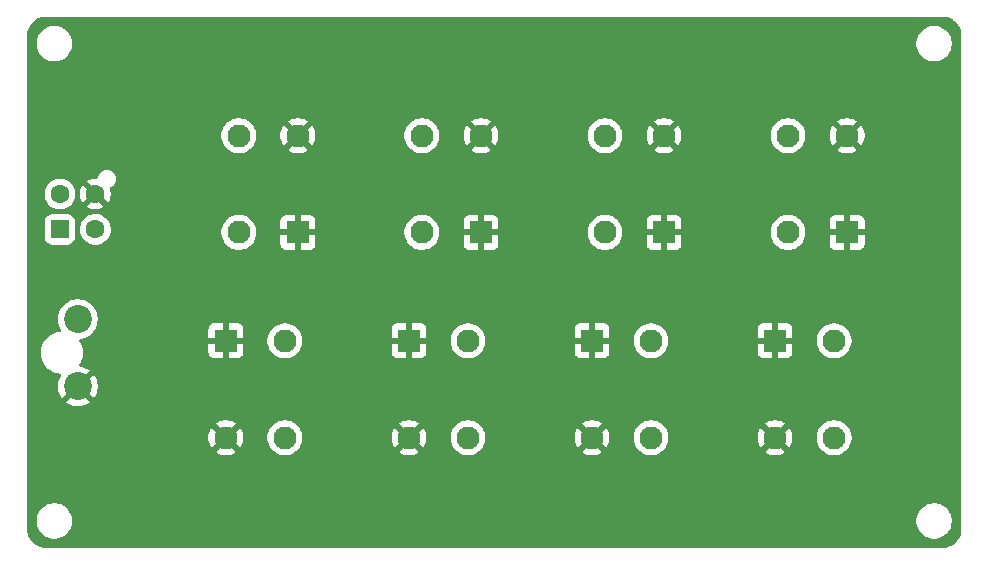
<source format=gbl>
G04 #@! TF.GenerationSoftware,KiCad,Pcbnew,9.0.3*
G04 #@! TF.CreationDate,2025-08-14T10:37:31-07:00*
G04 #@! TF.ProjectId,PD Board,50442042-6f61-4726-942e-6b696361645f,rev?*
G04 #@! TF.SameCoordinates,Original*
G04 #@! TF.FileFunction,Copper,L4,Bot*
G04 #@! TF.FilePolarity,Positive*
%FSLAX46Y46*%
G04 Gerber Fmt 4.6, Leading zero omitted, Abs format (unit mm)*
G04 Created by KiCad (PCBNEW 9.0.3) date 2025-08-14 10:37:31*
%MOMM*%
%LPD*%
G01*
G04 APERTURE LIST*
G04 Aperture macros list*
%AMRoundRect*
0 Rectangle with rounded corners*
0 $1 Rounding radius*
0 $2 $3 $4 $5 $6 $7 $8 $9 X,Y pos of 4 corners*
0 Add a 4 corners polygon primitive as box body*
4,1,4,$2,$3,$4,$5,$6,$7,$8,$9,$2,$3,0*
0 Add four circle primitives for the rounded corners*
1,1,$1+$1,$2,$3*
1,1,$1+$1,$4,$5*
1,1,$1+$1,$6,$7*
1,1,$1+$1,$8,$9*
0 Add four rect primitives between the rounded corners*
20,1,$1+$1,$2,$3,$4,$5,0*
20,1,$1+$1,$4,$5,$6,$7,0*
20,1,$1+$1,$6,$7,$8,$9,0*
20,1,$1+$1,$8,$9,$2,$3,0*%
G04 Aperture macros list end*
G04 #@! TA.AperFunction,ComponentPad*
%ADD10R,1.950000X1.950000*%
G04 #@! TD*
G04 #@! TA.AperFunction,ComponentPad*
%ADD11C,1.950000*%
G04 #@! TD*
G04 #@! TA.AperFunction,ComponentPad*
%ADD12RoundRect,0.250000X-0.552500X0.552500X-0.552500X-0.552500X0.552500X-0.552500X0.552500X0.552500X0*%
G04 #@! TD*
G04 #@! TA.AperFunction,ComponentPad*
%ADD13C,1.605000*%
G04 #@! TD*
G04 #@! TA.AperFunction,ComponentPad*
%ADD14C,2.362200*%
G04 #@! TD*
G04 #@! TA.AperFunction,ViaPad*
%ADD15C,0.600000*%
G04 #@! TD*
G04 APERTURE END LIST*
D10*
G04 #@! TO.P,P7,1,1.1*
G04 #@! TO.N,GND*
X144330000Y-111780000D03*
D11*
G04 #@! TO.P,P7,2,1.2*
X144330000Y-103580000D03*
G04 #@! TO.P,P7,3,2.1*
G04 #@! TO.N,+20V*
X139330000Y-111780000D03*
G04 #@! TO.P,P7,4,2.2*
X139330000Y-103580000D03*
G04 #@! TD*
D12*
G04 #@! TO.P,J1,1,Pin_1*
G04 #@! TO.N,unconnected-(J1-Pin_1-Pad1)*
X93180000Y-111520000D03*
D13*
G04 #@! TO.P,J1,2,Pin_2*
G04 #@! TO.N,+20V*
X96180000Y-111520000D03*
G04 #@! TO.P,J1,3,Pin_3*
G04 #@! TO.N,unconnected-(J1-Pin_3-Pad3)*
X93180000Y-108520000D03*
G04 #@! TO.P,J1,4,Pin_4*
G04 #@! TO.N,GND*
X96180000Y-108520000D03*
G04 #@! TD*
D10*
G04 #@! TO.P,P3,1,1.1*
G04 #@! TO.N,GND*
X138230000Y-120950000D03*
D11*
G04 #@! TO.P,P3,2,1.2*
X138230000Y-129150000D03*
G04 #@! TO.P,P3,3,2.1*
G04 #@! TO.N,+20V*
X143230000Y-120950000D03*
G04 #@! TO.P,P3,4,2.2*
X143230000Y-129150000D03*
G04 #@! TD*
D10*
G04 #@! TO.P,P8,1,1.1*
G04 #@! TO.N,GND*
X159830000Y-111780000D03*
D11*
G04 #@! TO.P,P8,2,1.2*
X159830000Y-103580000D03*
G04 #@! TO.P,P8,3,2.1*
G04 #@! TO.N,+20V*
X154830000Y-111780000D03*
G04 #@! TO.P,P8,4,2.2*
X154830000Y-103580000D03*
G04 #@! TD*
D14*
G04 #@! TO.P,M1,1,1*
G04 #@! TO.N,GND*
X94688902Y-124816602D03*
G04 #@! TO.P,M1,2,2*
G04 #@! TO.N,+20V*
X94688902Y-119116598D03*
G04 #@! TD*
D10*
G04 #@! TO.P,P4,1,1.1*
G04 #@! TO.N,GND*
X153730000Y-120950000D03*
D11*
G04 #@! TO.P,P4,2,1.2*
X153730000Y-129150000D03*
G04 #@! TO.P,P4,3,2.1*
G04 #@! TO.N,+20V*
X158730000Y-120950000D03*
G04 #@! TO.P,P4,4,2.2*
X158730000Y-129150000D03*
G04 #@! TD*
D10*
G04 #@! TO.P,P1,1,1.1*
G04 #@! TO.N,GND*
X107230000Y-120950000D03*
D11*
G04 #@! TO.P,P1,2,1.2*
X107230000Y-129150000D03*
G04 #@! TO.P,P1,3,2.1*
G04 #@! TO.N,+20V*
X112230000Y-120950000D03*
G04 #@! TO.P,P1,4,2.2*
X112230000Y-129150000D03*
G04 #@! TD*
D10*
G04 #@! TO.P,P2,1,1.1*
G04 #@! TO.N,GND*
X122730000Y-120950000D03*
D11*
G04 #@! TO.P,P2,2,1.2*
X122730000Y-129150000D03*
G04 #@! TO.P,P2,3,2.1*
G04 #@! TO.N,+20V*
X127730000Y-120950000D03*
G04 #@! TO.P,P2,4,2.2*
X127730000Y-129150000D03*
G04 #@! TD*
D10*
G04 #@! TO.P,P6,1,1.1*
G04 #@! TO.N,GND*
X128830000Y-111780000D03*
D11*
G04 #@! TO.P,P6,2,1.2*
X128830000Y-103580000D03*
G04 #@! TO.P,P6,3,2.1*
G04 #@! TO.N,+20V*
X123830000Y-111780000D03*
G04 #@! TO.P,P6,4,2.2*
X123830000Y-103580000D03*
G04 #@! TD*
D10*
G04 #@! TO.P,P5,1,1.1*
G04 #@! TO.N,GND*
X113330000Y-111780000D03*
D11*
G04 #@! TO.P,P5,2,1.2*
X113330000Y-103580000D03*
G04 #@! TO.P,P5,3,2.1*
G04 #@! TO.N,+20V*
X108330000Y-111780000D03*
G04 #@! TO.P,P5,4,2.2*
X108330000Y-103580000D03*
G04 #@! TD*
D15*
G04 #@! TO.N,GND*
X99220000Y-103340000D03*
X91990000Y-99910000D03*
G04 #@! TD*
G04 #@! TA.AperFunction,Conductor*
G04 #@! TO.N,GND*
G36*
X167904418Y-93500816D02*
G01*
X168118791Y-93516148D01*
X168136296Y-93518665D01*
X168341969Y-93563406D01*
X168358928Y-93568385D01*
X168556150Y-93641946D01*
X168572242Y-93649296D01*
X168756968Y-93750163D01*
X168771848Y-93759724D01*
X168879226Y-93840107D01*
X168940353Y-93885866D01*
X168953723Y-93897452D01*
X169102547Y-94046276D01*
X169114133Y-94059646D01*
X169240271Y-94228146D01*
X169249836Y-94243031D01*
X169350703Y-94427757D01*
X169358053Y-94443849D01*
X169431611Y-94641063D01*
X169436595Y-94658039D01*
X169481333Y-94863700D01*
X169483851Y-94881211D01*
X169499184Y-95095580D01*
X169499500Y-95104427D01*
X169499500Y-136895572D01*
X169499184Y-136904419D01*
X169483851Y-137118788D01*
X169481333Y-137136299D01*
X169436595Y-137341960D01*
X169431611Y-137358936D01*
X169358053Y-137556150D01*
X169350703Y-137572242D01*
X169249836Y-137756968D01*
X169240271Y-137771853D01*
X169114133Y-137940353D01*
X169102547Y-137953723D01*
X168953723Y-138102547D01*
X168940353Y-138114133D01*
X168771853Y-138240271D01*
X168756968Y-138249836D01*
X168572242Y-138350703D01*
X168556150Y-138358053D01*
X168358936Y-138431611D01*
X168341960Y-138436595D01*
X168136299Y-138481333D01*
X168118788Y-138483851D01*
X167923369Y-138497828D01*
X167904417Y-138499184D01*
X167895572Y-138499500D01*
X92004428Y-138499500D01*
X91995582Y-138499184D01*
X91974407Y-138497669D01*
X91781211Y-138483851D01*
X91763700Y-138481333D01*
X91558039Y-138436595D01*
X91541063Y-138431611D01*
X91343849Y-138358053D01*
X91327757Y-138350703D01*
X91143031Y-138249836D01*
X91128146Y-138240271D01*
X90959646Y-138114133D01*
X90946276Y-138102547D01*
X90797452Y-137953723D01*
X90785866Y-137940353D01*
X90659724Y-137771848D01*
X90650163Y-137756968D01*
X90549296Y-137572242D01*
X90541946Y-137556150D01*
X90514790Y-137483342D01*
X90468385Y-137358928D01*
X90463406Y-137341969D01*
X90418665Y-137136296D01*
X90416148Y-137118787D01*
X90400816Y-136904418D01*
X90400500Y-136895572D01*
X90400500Y-136081902D01*
X91199500Y-136081902D01*
X91199500Y-136318097D01*
X91236446Y-136551368D01*
X91309433Y-136775996D01*
X91416657Y-136986433D01*
X91555483Y-137177510D01*
X91722490Y-137344517D01*
X91913567Y-137483343D01*
X92012991Y-137534002D01*
X92124003Y-137590566D01*
X92124005Y-137590566D01*
X92124008Y-137590568D01*
X92244412Y-137629689D01*
X92348631Y-137663553D01*
X92581903Y-137700500D01*
X92581908Y-137700500D01*
X92818097Y-137700500D01*
X93051368Y-137663553D01*
X93275992Y-137590568D01*
X93486433Y-137483343D01*
X93677510Y-137344517D01*
X93844517Y-137177510D01*
X93983343Y-136986433D01*
X94090568Y-136775992D01*
X94163553Y-136551368D01*
X94200500Y-136318097D01*
X94200500Y-136081902D01*
X165699500Y-136081902D01*
X165699500Y-136318097D01*
X165736446Y-136551368D01*
X165809433Y-136775996D01*
X165916657Y-136986433D01*
X166055483Y-137177510D01*
X166222490Y-137344517D01*
X166413567Y-137483343D01*
X166512991Y-137534002D01*
X166624003Y-137590566D01*
X166624005Y-137590566D01*
X166624008Y-137590568D01*
X166744412Y-137629689D01*
X166848631Y-137663553D01*
X167081903Y-137700500D01*
X167081908Y-137700500D01*
X167318097Y-137700500D01*
X167551368Y-137663553D01*
X167775992Y-137590568D01*
X167986433Y-137483343D01*
X168177510Y-137344517D01*
X168344517Y-137177510D01*
X168483343Y-136986433D01*
X168590568Y-136775992D01*
X168663553Y-136551368D01*
X168700500Y-136318097D01*
X168700500Y-136081902D01*
X168663553Y-135848631D01*
X168590566Y-135624003D01*
X168483342Y-135413566D01*
X168344517Y-135222490D01*
X168177510Y-135055483D01*
X167986433Y-134916657D01*
X167775996Y-134809433D01*
X167551368Y-134736446D01*
X167318097Y-134699500D01*
X167318092Y-134699500D01*
X167081908Y-134699500D01*
X167081903Y-134699500D01*
X166848631Y-134736446D01*
X166624003Y-134809433D01*
X166413566Y-134916657D01*
X166304550Y-134995862D01*
X166222490Y-135055483D01*
X166222488Y-135055485D01*
X166222487Y-135055485D01*
X166055485Y-135222487D01*
X166055485Y-135222488D01*
X166055483Y-135222490D01*
X165995862Y-135304550D01*
X165916657Y-135413566D01*
X165809433Y-135624003D01*
X165736446Y-135848631D01*
X165699500Y-136081902D01*
X94200500Y-136081902D01*
X94163553Y-135848631D01*
X94090566Y-135624003D01*
X93983342Y-135413566D01*
X93844517Y-135222490D01*
X93677510Y-135055483D01*
X93486433Y-134916657D01*
X93275996Y-134809433D01*
X93051368Y-134736446D01*
X92818097Y-134699500D01*
X92818092Y-134699500D01*
X92581908Y-134699500D01*
X92581903Y-134699500D01*
X92348631Y-134736446D01*
X92124003Y-134809433D01*
X91913566Y-134916657D01*
X91804550Y-134995862D01*
X91722490Y-135055483D01*
X91722488Y-135055485D01*
X91722487Y-135055485D01*
X91555485Y-135222487D01*
X91555485Y-135222488D01*
X91555483Y-135222490D01*
X91495862Y-135304550D01*
X91416657Y-135413566D01*
X91309433Y-135624003D01*
X91236446Y-135848631D01*
X91199500Y-136081902D01*
X90400500Y-136081902D01*
X90400500Y-129033909D01*
X105755000Y-129033909D01*
X105755000Y-129266090D01*
X105791318Y-129495393D01*
X105863065Y-129716205D01*
X105968465Y-129923064D01*
X106025238Y-130001207D01*
X106628958Y-129397487D01*
X106653978Y-129457890D01*
X106725112Y-129564351D01*
X106815649Y-129654888D01*
X106922110Y-129726022D01*
X106982510Y-129751041D01*
X106378791Y-130354759D01*
X106378791Y-130354760D01*
X106456935Y-130411534D01*
X106663794Y-130516934D01*
X106884606Y-130588681D01*
X107113910Y-130625000D01*
X107346090Y-130625000D01*
X107575393Y-130588681D01*
X107796205Y-130516934D01*
X108003071Y-130411530D01*
X108081207Y-130354762D01*
X108081208Y-130354760D01*
X107477488Y-129751041D01*
X107537890Y-129726022D01*
X107644351Y-129654888D01*
X107734888Y-129564351D01*
X107806022Y-129457890D01*
X107831041Y-129397488D01*
X108434760Y-130001208D01*
X108434762Y-130001207D01*
X108491530Y-129923071D01*
X108596934Y-129716205D01*
X108668681Y-129495393D01*
X108705000Y-129266090D01*
X108705000Y-129033909D01*
X108704994Y-129033870D01*
X110754500Y-129033870D01*
X110754500Y-129266129D01*
X110790831Y-129495514D01*
X110862601Y-129716400D01*
X110967903Y-129923064D01*
X110968039Y-129923331D01*
X111104551Y-130111224D01*
X111268776Y-130275449D01*
X111456669Y-130411961D01*
X111554436Y-130461776D01*
X111663599Y-130517398D01*
X111663601Y-130517398D01*
X111663604Y-130517400D01*
X111884486Y-130589169D01*
X112002668Y-130607886D01*
X112113871Y-130625500D01*
X112113876Y-130625500D01*
X112346129Y-130625500D01*
X112447502Y-130609443D01*
X112575514Y-130589169D01*
X112796396Y-130517400D01*
X113003331Y-130411961D01*
X113191224Y-130275449D01*
X113355449Y-130111224D01*
X113491961Y-129923331D01*
X113597400Y-129716396D01*
X113669169Y-129495514D01*
X113693863Y-129339598D01*
X113705500Y-129266129D01*
X113705500Y-129033909D01*
X121255000Y-129033909D01*
X121255000Y-129266090D01*
X121291318Y-129495393D01*
X121363065Y-129716205D01*
X121468465Y-129923064D01*
X121525238Y-130001207D01*
X122128958Y-129397487D01*
X122153978Y-129457890D01*
X122225112Y-129564351D01*
X122315649Y-129654888D01*
X122422110Y-129726022D01*
X122482510Y-129751041D01*
X121878791Y-130354759D01*
X121878791Y-130354760D01*
X121956935Y-130411534D01*
X122163794Y-130516934D01*
X122384606Y-130588681D01*
X122613910Y-130625000D01*
X122846090Y-130625000D01*
X123075393Y-130588681D01*
X123296205Y-130516934D01*
X123503071Y-130411530D01*
X123581207Y-130354762D01*
X123581208Y-130354760D01*
X122977488Y-129751041D01*
X123037890Y-129726022D01*
X123144351Y-129654888D01*
X123234888Y-129564351D01*
X123306022Y-129457890D01*
X123331041Y-129397489D01*
X123934760Y-130001208D01*
X123934762Y-130001207D01*
X123991530Y-129923071D01*
X124096934Y-129716205D01*
X124168681Y-129495393D01*
X124205000Y-129266090D01*
X124205000Y-129033909D01*
X124204994Y-129033870D01*
X126254500Y-129033870D01*
X126254500Y-129266129D01*
X126290831Y-129495514D01*
X126362601Y-129716400D01*
X126467903Y-129923064D01*
X126468039Y-129923331D01*
X126604551Y-130111224D01*
X126768776Y-130275449D01*
X126956669Y-130411961D01*
X127054436Y-130461776D01*
X127163599Y-130517398D01*
X127163601Y-130517398D01*
X127163604Y-130517400D01*
X127384486Y-130589169D01*
X127502668Y-130607886D01*
X127613871Y-130625500D01*
X127613876Y-130625500D01*
X127846129Y-130625500D01*
X127947502Y-130609443D01*
X128075514Y-130589169D01*
X128296396Y-130517400D01*
X128503331Y-130411961D01*
X128691224Y-130275449D01*
X128855449Y-130111224D01*
X128991961Y-129923331D01*
X129097400Y-129716396D01*
X129169169Y-129495514D01*
X129193863Y-129339598D01*
X129205500Y-129266129D01*
X129205500Y-129033909D01*
X136755000Y-129033909D01*
X136755000Y-129266090D01*
X136791318Y-129495393D01*
X136863065Y-129716205D01*
X136968465Y-129923064D01*
X137025238Y-130001207D01*
X137628958Y-129397487D01*
X137653978Y-129457890D01*
X137725112Y-129564351D01*
X137815649Y-129654888D01*
X137922110Y-129726022D01*
X137982510Y-129751041D01*
X137378791Y-130354759D01*
X137378791Y-130354760D01*
X137456935Y-130411534D01*
X137663794Y-130516934D01*
X137884606Y-130588681D01*
X138113910Y-130625000D01*
X138346090Y-130625000D01*
X138575393Y-130588681D01*
X138796205Y-130516934D01*
X139003071Y-130411530D01*
X139081207Y-130354762D01*
X139081208Y-130354760D01*
X138477488Y-129751041D01*
X138537890Y-129726022D01*
X138644351Y-129654888D01*
X138734888Y-129564351D01*
X138806022Y-129457890D01*
X138831041Y-129397489D01*
X139434760Y-130001208D01*
X139434762Y-130001207D01*
X139491530Y-129923071D01*
X139596934Y-129716205D01*
X139668681Y-129495393D01*
X139705000Y-129266090D01*
X139705000Y-129033909D01*
X139704994Y-129033870D01*
X141754500Y-129033870D01*
X141754500Y-129266129D01*
X141790831Y-129495514D01*
X141862601Y-129716400D01*
X141967903Y-129923064D01*
X141968039Y-129923331D01*
X142104551Y-130111224D01*
X142268776Y-130275449D01*
X142456669Y-130411961D01*
X142554436Y-130461776D01*
X142663599Y-130517398D01*
X142663601Y-130517398D01*
X142663604Y-130517400D01*
X142884486Y-130589169D01*
X143002668Y-130607886D01*
X143113871Y-130625500D01*
X143113876Y-130625500D01*
X143346129Y-130625500D01*
X143447502Y-130609443D01*
X143575514Y-130589169D01*
X143796396Y-130517400D01*
X144003331Y-130411961D01*
X144191224Y-130275449D01*
X144355449Y-130111224D01*
X144491961Y-129923331D01*
X144597400Y-129716396D01*
X144669169Y-129495514D01*
X144693863Y-129339598D01*
X144705500Y-129266129D01*
X144705500Y-129033909D01*
X152255000Y-129033909D01*
X152255000Y-129266090D01*
X152291318Y-129495393D01*
X152363065Y-129716205D01*
X152468465Y-129923064D01*
X152525238Y-130001207D01*
X153128958Y-129397487D01*
X153153978Y-129457890D01*
X153225112Y-129564351D01*
X153315649Y-129654888D01*
X153422110Y-129726022D01*
X153482510Y-129751041D01*
X152878791Y-130354759D01*
X152878791Y-130354760D01*
X152956935Y-130411534D01*
X153163794Y-130516934D01*
X153384606Y-130588681D01*
X153613910Y-130625000D01*
X153846090Y-130625000D01*
X154075393Y-130588681D01*
X154296205Y-130516934D01*
X154503071Y-130411530D01*
X154581207Y-130354762D01*
X154581208Y-130354760D01*
X153977488Y-129751041D01*
X154037890Y-129726022D01*
X154144351Y-129654888D01*
X154234888Y-129564351D01*
X154306022Y-129457890D01*
X154331041Y-129397489D01*
X154934760Y-130001208D01*
X154934762Y-130001207D01*
X154991530Y-129923071D01*
X155096934Y-129716205D01*
X155168681Y-129495393D01*
X155205000Y-129266090D01*
X155205000Y-129033909D01*
X155204994Y-129033870D01*
X157254500Y-129033870D01*
X157254500Y-129266129D01*
X157290831Y-129495514D01*
X157362601Y-129716400D01*
X157467903Y-129923064D01*
X157468039Y-129923331D01*
X157604551Y-130111224D01*
X157768776Y-130275449D01*
X157956669Y-130411961D01*
X158054436Y-130461776D01*
X158163599Y-130517398D01*
X158163601Y-130517398D01*
X158163604Y-130517400D01*
X158384486Y-130589169D01*
X158502668Y-130607886D01*
X158613871Y-130625500D01*
X158613876Y-130625500D01*
X158846129Y-130625500D01*
X158947502Y-130609443D01*
X159075514Y-130589169D01*
X159296396Y-130517400D01*
X159503331Y-130411961D01*
X159691224Y-130275449D01*
X159855449Y-130111224D01*
X159991961Y-129923331D01*
X160097400Y-129716396D01*
X160169169Y-129495514D01*
X160193863Y-129339598D01*
X160205500Y-129266129D01*
X160205500Y-129033870D01*
X160186232Y-128912222D01*
X160169169Y-128804486D01*
X160097400Y-128583604D01*
X160097398Y-128583601D01*
X160097398Y-128583599D01*
X160041776Y-128474436D01*
X159991961Y-128376669D01*
X159855449Y-128188776D01*
X159691224Y-128024551D01*
X159503331Y-127888039D01*
X159296400Y-127782601D01*
X159075514Y-127710831D01*
X158846129Y-127674500D01*
X158846124Y-127674500D01*
X158613876Y-127674500D01*
X158613871Y-127674500D01*
X158384485Y-127710831D01*
X158163599Y-127782601D01*
X157956668Y-127888039D01*
X157768773Y-128024553D01*
X157604553Y-128188773D01*
X157468039Y-128376668D01*
X157362601Y-128583599D01*
X157290831Y-128804485D01*
X157254500Y-129033870D01*
X155204994Y-129033870D01*
X155168681Y-128804606D01*
X155096934Y-128583794D01*
X154991534Y-128376935D01*
X154934760Y-128298791D01*
X154331041Y-128902510D01*
X154306022Y-128842110D01*
X154234888Y-128735649D01*
X154144351Y-128645112D01*
X154037890Y-128573978D01*
X153977487Y-128548957D01*
X154581207Y-127945238D01*
X154503064Y-127888465D01*
X154296205Y-127783065D01*
X154075393Y-127711318D01*
X153846090Y-127675000D01*
X153613910Y-127675000D01*
X153384606Y-127711318D01*
X153163794Y-127783065D01*
X152956925Y-127888470D01*
X152878791Y-127945237D01*
X152878791Y-127945238D01*
X153482511Y-128548958D01*
X153422110Y-128573978D01*
X153315649Y-128645112D01*
X153225112Y-128735649D01*
X153153978Y-128842110D01*
X153128958Y-128902511D01*
X152525238Y-128298791D01*
X152525237Y-128298791D01*
X152468470Y-128376925D01*
X152363065Y-128583794D01*
X152291318Y-128804606D01*
X152255000Y-129033909D01*
X144705500Y-129033909D01*
X144705500Y-129033870D01*
X144686232Y-128912222D01*
X144669169Y-128804486D01*
X144597400Y-128583604D01*
X144597398Y-128583601D01*
X144597398Y-128583599D01*
X144541776Y-128474436D01*
X144491961Y-128376669D01*
X144355449Y-128188776D01*
X144191224Y-128024551D01*
X144003331Y-127888039D01*
X143796400Y-127782601D01*
X143575514Y-127710831D01*
X143346129Y-127674500D01*
X143346124Y-127674500D01*
X143113876Y-127674500D01*
X143113871Y-127674500D01*
X142884485Y-127710831D01*
X142663599Y-127782601D01*
X142456668Y-127888039D01*
X142268773Y-128024553D01*
X142104553Y-128188773D01*
X141968039Y-128376668D01*
X141862601Y-128583599D01*
X141790831Y-128804485D01*
X141754500Y-129033870D01*
X139704994Y-129033870D01*
X139668681Y-128804606D01*
X139596934Y-128583794D01*
X139491534Y-128376935D01*
X139434760Y-128298791D01*
X139434759Y-128298791D01*
X138831041Y-128902510D01*
X138806022Y-128842110D01*
X138734888Y-128735649D01*
X138644351Y-128645112D01*
X138537890Y-128573978D01*
X138477487Y-128548957D01*
X139081207Y-127945238D01*
X139003064Y-127888465D01*
X138796205Y-127783065D01*
X138575393Y-127711318D01*
X138346090Y-127675000D01*
X138113910Y-127675000D01*
X137884606Y-127711318D01*
X137663794Y-127783065D01*
X137456925Y-127888470D01*
X137378791Y-127945237D01*
X137378791Y-127945238D01*
X137982511Y-128548958D01*
X137922110Y-128573978D01*
X137815649Y-128645112D01*
X137725112Y-128735649D01*
X137653978Y-128842110D01*
X137628958Y-128902511D01*
X137025238Y-128298791D01*
X137025237Y-128298791D01*
X136968470Y-128376925D01*
X136863065Y-128583794D01*
X136791318Y-128804606D01*
X136755000Y-129033909D01*
X129205500Y-129033909D01*
X129205500Y-129033870D01*
X129186232Y-128912222D01*
X129169169Y-128804486D01*
X129097400Y-128583604D01*
X129097398Y-128583601D01*
X129097398Y-128583599D01*
X129041776Y-128474436D01*
X128991961Y-128376669D01*
X128855449Y-128188776D01*
X128691224Y-128024551D01*
X128503331Y-127888039D01*
X128296400Y-127782601D01*
X128075514Y-127710831D01*
X127846129Y-127674500D01*
X127846124Y-127674500D01*
X127613876Y-127674500D01*
X127613871Y-127674500D01*
X127384485Y-127710831D01*
X127163599Y-127782601D01*
X126956668Y-127888039D01*
X126768773Y-128024553D01*
X126604553Y-128188773D01*
X126468039Y-128376668D01*
X126362601Y-128583599D01*
X126290831Y-128804485D01*
X126254500Y-129033870D01*
X124204994Y-129033870D01*
X124168681Y-128804606D01*
X124096934Y-128583794D01*
X123991534Y-128376935D01*
X123934760Y-128298791D01*
X123331041Y-128902510D01*
X123306022Y-128842110D01*
X123234888Y-128735649D01*
X123144351Y-128645112D01*
X123037890Y-128573978D01*
X122977487Y-128548957D01*
X123581207Y-127945238D01*
X123503064Y-127888465D01*
X123296205Y-127783065D01*
X123075393Y-127711318D01*
X122846090Y-127675000D01*
X122613910Y-127675000D01*
X122384606Y-127711318D01*
X122163794Y-127783065D01*
X121956925Y-127888470D01*
X121878791Y-127945237D01*
X121878791Y-127945238D01*
X122482511Y-128548958D01*
X122422110Y-128573978D01*
X122315649Y-128645112D01*
X122225112Y-128735649D01*
X122153978Y-128842110D01*
X122128958Y-128902511D01*
X121525238Y-128298791D01*
X121525237Y-128298791D01*
X121468470Y-128376925D01*
X121363065Y-128583794D01*
X121291318Y-128804606D01*
X121255000Y-129033909D01*
X113705500Y-129033909D01*
X113705500Y-129033870D01*
X113686232Y-128912222D01*
X113669169Y-128804486D01*
X113597400Y-128583604D01*
X113597398Y-128583601D01*
X113597398Y-128583599D01*
X113541776Y-128474436D01*
X113491961Y-128376669D01*
X113355449Y-128188776D01*
X113191224Y-128024551D01*
X113003331Y-127888039D01*
X112796400Y-127782601D01*
X112575514Y-127710831D01*
X112346129Y-127674500D01*
X112346124Y-127674500D01*
X112113876Y-127674500D01*
X112113871Y-127674500D01*
X111884485Y-127710831D01*
X111663599Y-127782601D01*
X111456668Y-127888039D01*
X111268773Y-128024553D01*
X111104553Y-128188773D01*
X110968039Y-128376668D01*
X110862601Y-128583599D01*
X110790831Y-128804485D01*
X110754500Y-129033870D01*
X108704994Y-129033870D01*
X108668681Y-128804606D01*
X108596934Y-128583794D01*
X108491534Y-128376935D01*
X108434760Y-128298791D01*
X108434759Y-128298791D01*
X107831041Y-128902510D01*
X107806022Y-128842110D01*
X107734888Y-128735649D01*
X107644351Y-128645112D01*
X107537890Y-128573978D01*
X107477487Y-128548957D01*
X108081207Y-127945238D01*
X108003064Y-127888465D01*
X107796205Y-127783065D01*
X107575393Y-127711318D01*
X107346090Y-127675000D01*
X107113910Y-127675000D01*
X106884606Y-127711318D01*
X106663794Y-127783065D01*
X106456925Y-127888470D01*
X106378791Y-127945237D01*
X106378791Y-127945238D01*
X106982511Y-128548958D01*
X106922110Y-128573978D01*
X106815649Y-128645112D01*
X106725112Y-128735649D01*
X106653978Y-128842110D01*
X106628958Y-128902511D01*
X106025238Y-128298791D01*
X106025237Y-128298791D01*
X105968470Y-128376925D01*
X105863065Y-128583794D01*
X105791318Y-128804606D01*
X105755000Y-129033909D01*
X90400500Y-129033909D01*
X90400500Y-121850285D01*
X91574402Y-121850285D01*
X91574402Y-122082914D01*
X91591393Y-122211961D01*
X91604765Y-122313530D01*
X91632917Y-122418596D01*
X91664970Y-122538220D01*
X91753985Y-122753121D01*
X91753990Y-122753132D01*
X91870289Y-122954566D01*
X91870300Y-122954582D01*
X92011898Y-123139117D01*
X92011904Y-123139124D01*
X92176377Y-123303597D01*
X92176383Y-123303602D01*
X92360928Y-123445208D01*
X92360935Y-123445212D01*
X92562369Y-123561511D01*
X92562374Y-123561513D01*
X92562377Y-123561515D01*
X92669830Y-123606023D01*
X92777281Y-123650531D01*
X92777282Y-123650531D01*
X92777284Y-123650532D01*
X93001972Y-123710737D01*
X93175072Y-123733526D01*
X93238968Y-123761792D01*
X93277439Y-123820117D01*
X93278270Y-123889982D01*
X93266274Y-123918464D01*
X93177933Y-124071476D01*
X93177931Y-124071481D01*
X93093602Y-124275068D01*
X93036565Y-124487933D01*
X93007803Y-124706407D01*
X93007802Y-124706423D01*
X93007802Y-124926780D01*
X93007803Y-124926796D01*
X93036565Y-125145270D01*
X93093602Y-125358135D01*
X93177931Y-125561722D01*
X93177935Y-125561731D01*
X93288119Y-125752575D01*
X93336423Y-125815525D01*
X93878885Y-125273063D01*
X93968776Y-125407594D01*
X94097910Y-125536728D01*
X94232439Y-125626617D01*
X93689977Y-126169079D01*
X93752928Y-126217383D01*
X93752935Y-126217388D01*
X93943772Y-126327568D01*
X93943781Y-126327572D01*
X94147368Y-126411901D01*
X94360233Y-126468938D01*
X94578707Y-126497700D01*
X94578724Y-126497702D01*
X94799080Y-126497702D01*
X94799096Y-126497700D01*
X95017570Y-126468938D01*
X95230435Y-126411901D01*
X95434022Y-126327572D01*
X95434031Y-126327568D01*
X95624871Y-126217386D01*
X95687825Y-126169079D01*
X95687825Y-126169078D01*
X95145364Y-125626618D01*
X95279894Y-125536728D01*
X95409028Y-125407594D01*
X95498917Y-125273064D01*
X96041378Y-125815525D01*
X96041379Y-125815525D01*
X96089686Y-125752571D01*
X96199868Y-125561731D01*
X96199872Y-125561722D01*
X96284201Y-125358135D01*
X96341238Y-125145270D01*
X96370000Y-124926796D01*
X96370002Y-124926780D01*
X96370002Y-124706423D01*
X96370000Y-124706407D01*
X96341238Y-124487933D01*
X96284201Y-124275068D01*
X96199872Y-124071481D01*
X96199868Y-124071472D01*
X96089688Y-123880635D01*
X96089683Y-123880628D01*
X96041379Y-123817677D01*
X95498917Y-124360138D01*
X95409028Y-124225610D01*
X95279894Y-124096476D01*
X95145363Y-124006585D01*
X95687825Y-123464123D01*
X95624875Y-123415819D01*
X95434031Y-123305635D01*
X95434022Y-123305631D01*
X95230435Y-123221302D01*
X95017570Y-123164266D01*
X94911745Y-123150333D01*
X94847848Y-123122066D01*
X94809378Y-123063741D01*
X94808547Y-122993877D01*
X94826226Y-122958601D01*
X94825253Y-122957951D01*
X94827499Y-122954587D01*
X94827510Y-122954574D01*
X94943817Y-122753125D01*
X95032834Y-122538218D01*
X95093039Y-122313530D01*
X95123402Y-122082907D01*
X95123402Y-121850293D01*
X95093039Y-121619670D01*
X95032834Y-121394982D01*
X94943817Y-121180075D01*
X94943813Y-121180067D01*
X94827514Y-120978633D01*
X94827510Y-120978626D01*
X94827503Y-120978617D01*
X94825253Y-120975249D01*
X94827037Y-120974056D01*
X94804751Y-120917035D01*
X94818537Y-120848539D01*
X94867166Y-120798370D01*
X94912096Y-120783324D01*
X95017670Y-120769425D01*
X95230594Y-120712372D01*
X95434250Y-120628015D01*
X95625153Y-120517797D01*
X95800037Y-120383604D01*
X95955908Y-120227733D01*
X96090101Y-120052849D01*
X96162671Y-119927155D01*
X105755000Y-119927155D01*
X105755000Y-120700000D01*
X106629999Y-120700000D01*
X106604979Y-120760402D01*
X106580000Y-120885981D01*
X106580000Y-121014019D01*
X106604979Y-121139598D01*
X106629999Y-121200000D01*
X105755000Y-121200000D01*
X105755000Y-121972844D01*
X105761401Y-122032372D01*
X105761403Y-122032379D01*
X105811645Y-122167086D01*
X105811649Y-122167093D01*
X105897809Y-122282187D01*
X105897812Y-122282190D01*
X106012906Y-122368350D01*
X106012913Y-122368354D01*
X106147620Y-122418596D01*
X106147627Y-122418598D01*
X106207155Y-122424999D01*
X106207172Y-122425000D01*
X106980000Y-122425000D01*
X106980000Y-121550001D01*
X107040402Y-121575021D01*
X107165981Y-121600000D01*
X107294019Y-121600000D01*
X107419598Y-121575021D01*
X107480000Y-121550001D01*
X107480000Y-122425000D01*
X108252828Y-122425000D01*
X108252844Y-122424999D01*
X108312372Y-122418598D01*
X108312379Y-122418596D01*
X108447086Y-122368354D01*
X108447093Y-122368350D01*
X108562187Y-122282190D01*
X108562190Y-122282187D01*
X108648350Y-122167093D01*
X108648354Y-122167086D01*
X108698596Y-122032379D01*
X108698598Y-122032372D01*
X108704999Y-121972844D01*
X108705000Y-121972827D01*
X108705000Y-121200000D01*
X107830001Y-121200000D01*
X107855021Y-121139598D01*
X107880000Y-121014019D01*
X107880000Y-120885981D01*
X107869635Y-120833870D01*
X110754500Y-120833870D01*
X110754500Y-121066129D01*
X110790831Y-121295514D01*
X110862601Y-121516400D01*
X110915221Y-121619671D01*
X110968039Y-121723331D01*
X111104551Y-121911224D01*
X111268776Y-122075449D01*
X111456669Y-122211961D01*
X111554436Y-122261776D01*
X111663599Y-122317398D01*
X111663601Y-122317398D01*
X111663604Y-122317400D01*
X111884486Y-122389169D01*
X112002668Y-122407886D01*
X112113871Y-122425500D01*
X112113876Y-122425500D01*
X112346129Y-122425500D01*
X112447502Y-122409443D01*
X112575514Y-122389169D01*
X112796396Y-122317400D01*
X113003331Y-122211961D01*
X113191224Y-122075449D01*
X113355449Y-121911224D01*
X113491961Y-121723331D01*
X113597400Y-121516396D01*
X113669169Y-121295514D01*
X113695504Y-121129240D01*
X113705500Y-121066129D01*
X113705500Y-120833870D01*
X113684297Y-120700000D01*
X113669169Y-120604486D01*
X113597400Y-120383604D01*
X113597398Y-120383601D01*
X113597398Y-120383599D01*
X113515294Y-120222463D01*
X113491961Y-120176669D01*
X113355449Y-119988776D01*
X113293828Y-119927155D01*
X121255000Y-119927155D01*
X121255000Y-120700000D01*
X122129999Y-120700000D01*
X122104979Y-120760402D01*
X122080000Y-120885981D01*
X122080000Y-121014019D01*
X122104979Y-121139598D01*
X122129999Y-121200000D01*
X121255000Y-121200000D01*
X121255000Y-121972844D01*
X121261401Y-122032372D01*
X121261403Y-122032379D01*
X121311645Y-122167086D01*
X121311649Y-122167093D01*
X121397809Y-122282187D01*
X121397812Y-122282190D01*
X121512906Y-122368350D01*
X121512913Y-122368354D01*
X121647620Y-122418596D01*
X121647627Y-122418598D01*
X121707155Y-122424999D01*
X121707172Y-122425000D01*
X122480000Y-122425000D01*
X122480000Y-121550001D01*
X122540402Y-121575021D01*
X122665981Y-121600000D01*
X122794019Y-121600000D01*
X122919598Y-121575021D01*
X122980000Y-121550001D01*
X122980000Y-122425000D01*
X123752828Y-122425000D01*
X123752844Y-122424999D01*
X123812372Y-122418598D01*
X123812379Y-122418596D01*
X123947086Y-122368354D01*
X123947093Y-122368350D01*
X124062187Y-122282190D01*
X124062190Y-122282187D01*
X124148350Y-122167093D01*
X124148354Y-122167086D01*
X124198596Y-122032379D01*
X124198598Y-122032372D01*
X124204999Y-121972844D01*
X124205000Y-121972827D01*
X124205000Y-121200000D01*
X123330001Y-121200000D01*
X123355021Y-121139598D01*
X123380000Y-121014019D01*
X123380000Y-120885981D01*
X123369635Y-120833870D01*
X126254500Y-120833870D01*
X126254500Y-121066129D01*
X126290831Y-121295514D01*
X126362601Y-121516400D01*
X126415221Y-121619671D01*
X126468039Y-121723331D01*
X126604551Y-121911224D01*
X126768776Y-122075449D01*
X126956669Y-122211961D01*
X127054436Y-122261776D01*
X127163599Y-122317398D01*
X127163601Y-122317398D01*
X127163604Y-122317400D01*
X127384486Y-122389169D01*
X127502668Y-122407886D01*
X127613871Y-122425500D01*
X127613876Y-122425500D01*
X127846129Y-122425500D01*
X127947502Y-122409443D01*
X128075514Y-122389169D01*
X128296396Y-122317400D01*
X128503331Y-122211961D01*
X128691224Y-122075449D01*
X128855449Y-121911224D01*
X128991961Y-121723331D01*
X129097400Y-121516396D01*
X129169169Y-121295514D01*
X129195504Y-121129240D01*
X129205500Y-121066129D01*
X129205500Y-120833870D01*
X129184297Y-120700000D01*
X129169169Y-120604486D01*
X129097400Y-120383604D01*
X129097398Y-120383601D01*
X129097398Y-120383599D01*
X129015294Y-120222463D01*
X128991961Y-120176669D01*
X128855449Y-119988776D01*
X128793828Y-119927155D01*
X136755000Y-119927155D01*
X136755000Y-120700000D01*
X137629999Y-120700000D01*
X137604979Y-120760402D01*
X137580000Y-120885981D01*
X137580000Y-121014019D01*
X137604979Y-121139598D01*
X137629999Y-121200000D01*
X136755000Y-121200000D01*
X136755000Y-121972844D01*
X136761401Y-122032372D01*
X136761403Y-122032379D01*
X136811645Y-122167086D01*
X136811649Y-122167093D01*
X136897809Y-122282187D01*
X136897812Y-122282190D01*
X137012906Y-122368350D01*
X137012913Y-122368354D01*
X137147620Y-122418596D01*
X137147627Y-122418598D01*
X137207155Y-122424999D01*
X137207172Y-122425000D01*
X137980000Y-122425000D01*
X137980000Y-121550001D01*
X138040402Y-121575021D01*
X138165981Y-121600000D01*
X138294019Y-121600000D01*
X138419598Y-121575021D01*
X138480000Y-121550001D01*
X138480000Y-122425000D01*
X139252828Y-122425000D01*
X139252844Y-122424999D01*
X139312372Y-122418598D01*
X139312379Y-122418596D01*
X139447086Y-122368354D01*
X139447093Y-122368350D01*
X139562187Y-122282190D01*
X139562190Y-122282187D01*
X139648350Y-122167093D01*
X139648354Y-122167086D01*
X139698596Y-122032379D01*
X139698598Y-122032372D01*
X139704999Y-121972844D01*
X139705000Y-121972827D01*
X139705000Y-121200000D01*
X138830001Y-121200000D01*
X138855021Y-121139598D01*
X138880000Y-121014019D01*
X138880000Y-120885981D01*
X138869635Y-120833870D01*
X141754500Y-120833870D01*
X141754500Y-121066129D01*
X141790831Y-121295514D01*
X141862601Y-121516400D01*
X141915221Y-121619671D01*
X141968039Y-121723331D01*
X142104551Y-121911224D01*
X142268776Y-122075449D01*
X142456669Y-122211961D01*
X142554436Y-122261776D01*
X142663599Y-122317398D01*
X142663601Y-122317398D01*
X142663604Y-122317400D01*
X142884486Y-122389169D01*
X143002668Y-122407886D01*
X143113871Y-122425500D01*
X143113876Y-122425500D01*
X143346129Y-122425500D01*
X143447502Y-122409443D01*
X143575514Y-122389169D01*
X143796396Y-122317400D01*
X144003331Y-122211961D01*
X144191224Y-122075449D01*
X144355449Y-121911224D01*
X144491961Y-121723331D01*
X144597400Y-121516396D01*
X144669169Y-121295514D01*
X144695504Y-121129240D01*
X144705500Y-121066129D01*
X144705500Y-120833870D01*
X144684297Y-120700000D01*
X144669169Y-120604486D01*
X144597400Y-120383604D01*
X144597398Y-120383601D01*
X144597398Y-120383599D01*
X144515294Y-120222463D01*
X144491961Y-120176669D01*
X144355449Y-119988776D01*
X144293828Y-119927155D01*
X152255000Y-119927155D01*
X152255000Y-120700000D01*
X153129999Y-120700000D01*
X153104979Y-120760402D01*
X153080000Y-120885981D01*
X153080000Y-121014019D01*
X153104979Y-121139598D01*
X153129999Y-121200000D01*
X152255000Y-121200000D01*
X152255000Y-121972844D01*
X152261401Y-122032372D01*
X152261403Y-122032379D01*
X152311645Y-122167086D01*
X152311649Y-122167093D01*
X152397809Y-122282187D01*
X152397812Y-122282190D01*
X152512906Y-122368350D01*
X152512913Y-122368354D01*
X152647620Y-122418596D01*
X152647627Y-122418598D01*
X152707155Y-122424999D01*
X152707172Y-122425000D01*
X153480000Y-122425000D01*
X153480000Y-121550001D01*
X153540402Y-121575021D01*
X153665981Y-121600000D01*
X153794019Y-121600000D01*
X153919598Y-121575021D01*
X153980000Y-121550001D01*
X153980000Y-122425000D01*
X154752828Y-122425000D01*
X154752844Y-122424999D01*
X154812372Y-122418598D01*
X154812379Y-122418596D01*
X154947086Y-122368354D01*
X154947093Y-122368350D01*
X155062187Y-122282190D01*
X155062190Y-122282187D01*
X155148350Y-122167093D01*
X155148354Y-122167086D01*
X155198596Y-122032379D01*
X155198598Y-122032372D01*
X155204999Y-121972844D01*
X155205000Y-121972827D01*
X155205000Y-121200000D01*
X154330001Y-121200000D01*
X154355021Y-121139598D01*
X154380000Y-121014019D01*
X154380000Y-120885981D01*
X154369635Y-120833870D01*
X157254500Y-120833870D01*
X157254500Y-121066129D01*
X157290831Y-121295514D01*
X157362601Y-121516400D01*
X157415221Y-121619671D01*
X157468039Y-121723331D01*
X157604551Y-121911224D01*
X157768776Y-122075449D01*
X157956669Y-122211961D01*
X158054436Y-122261776D01*
X158163599Y-122317398D01*
X158163601Y-122317398D01*
X158163604Y-122317400D01*
X158384486Y-122389169D01*
X158502668Y-122407886D01*
X158613871Y-122425500D01*
X158613876Y-122425500D01*
X158846129Y-122425500D01*
X158947502Y-122409443D01*
X159075514Y-122389169D01*
X159296396Y-122317400D01*
X159503331Y-122211961D01*
X159691224Y-122075449D01*
X159855449Y-121911224D01*
X159991961Y-121723331D01*
X160097400Y-121516396D01*
X160169169Y-121295514D01*
X160195504Y-121129240D01*
X160205500Y-121066129D01*
X160205500Y-120833870D01*
X160184297Y-120700000D01*
X160169169Y-120604486D01*
X160097400Y-120383604D01*
X160097398Y-120383601D01*
X160097398Y-120383599D01*
X160015294Y-120222463D01*
X159991961Y-120176669D01*
X159855449Y-119988776D01*
X159691224Y-119824551D01*
X159503331Y-119688039D01*
X159296400Y-119582601D01*
X159075514Y-119510831D01*
X158846129Y-119474500D01*
X158846124Y-119474500D01*
X158613876Y-119474500D01*
X158613871Y-119474500D01*
X158384485Y-119510831D01*
X158163599Y-119582601D01*
X157956668Y-119688039D01*
X157768773Y-119824553D01*
X157604553Y-119988773D01*
X157468039Y-120176668D01*
X157362601Y-120383599D01*
X157290831Y-120604485D01*
X157254500Y-120833870D01*
X154369635Y-120833870D01*
X154355021Y-120760402D01*
X154330001Y-120700000D01*
X155205000Y-120700000D01*
X155205000Y-119927172D01*
X155204999Y-119927155D01*
X155198598Y-119867627D01*
X155198596Y-119867620D01*
X155148354Y-119732913D01*
X155148350Y-119732906D01*
X155062190Y-119617812D01*
X155062187Y-119617809D01*
X154947093Y-119531649D01*
X154947086Y-119531645D01*
X154812379Y-119481403D01*
X154812372Y-119481401D01*
X154752844Y-119475000D01*
X153980000Y-119475000D01*
X153980000Y-120349998D01*
X153919598Y-120324979D01*
X153794019Y-120300000D01*
X153665981Y-120300000D01*
X153540402Y-120324979D01*
X153480000Y-120349998D01*
X153480000Y-119475000D01*
X152707155Y-119475000D01*
X152647627Y-119481401D01*
X152647620Y-119481403D01*
X152512913Y-119531645D01*
X152512906Y-119531649D01*
X152397812Y-119617809D01*
X152397809Y-119617812D01*
X152311649Y-119732906D01*
X152311645Y-119732913D01*
X152261403Y-119867620D01*
X152261401Y-119867627D01*
X152255000Y-119927155D01*
X144293828Y-119927155D01*
X144191224Y-119824551D01*
X144003331Y-119688039D01*
X143796400Y-119582601D01*
X143575514Y-119510831D01*
X143346129Y-119474500D01*
X143346124Y-119474500D01*
X143113876Y-119474500D01*
X143113871Y-119474500D01*
X142884485Y-119510831D01*
X142663599Y-119582601D01*
X142456668Y-119688039D01*
X142268773Y-119824553D01*
X142104553Y-119988773D01*
X141968039Y-120176668D01*
X141862601Y-120383599D01*
X141790831Y-120604485D01*
X141754500Y-120833870D01*
X138869635Y-120833870D01*
X138855021Y-120760402D01*
X138830001Y-120700000D01*
X139705000Y-120700000D01*
X139705000Y-119927172D01*
X139704999Y-119927155D01*
X139698598Y-119867627D01*
X139698596Y-119867620D01*
X139648354Y-119732913D01*
X139648350Y-119732906D01*
X139562190Y-119617812D01*
X139562187Y-119617809D01*
X139447093Y-119531649D01*
X139447086Y-119531645D01*
X139312379Y-119481403D01*
X139312372Y-119481401D01*
X139252844Y-119475000D01*
X138480000Y-119475000D01*
X138480000Y-120349998D01*
X138419598Y-120324979D01*
X138294019Y-120300000D01*
X138165981Y-120300000D01*
X138040402Y-120324979D01*
X137980000Y-120349998D01*
X137980000Y-119475000D01*
X137207155Y-119475000D01*
X137147627Y-119481401D01*
X137147620Y-119481403D01*
X137012913Y-119531645D01*
X137012906Y-119531649D01*
X136897812Y-119617809D01*
X136897809Y-119617812D01*
X136811649Y-119732906D01*
X136811645Y-119732913D01*
X136761403Y-119867620D01*
X136761401Y-119867627D01*
X136755000Y-119927155D01*
X128793828Y-119927155D01*
X128691224Y-119824551D01*
X128503331Y-119688039D01*
X128296400Y-119582601D01*
X128075514Y-119510831D01*
X127846129Y-119474500D01*
X127846124Y-119474500D01*
X127613876Y-119474500D01*
X127613871Y-119474500D01*
X127384485Y-119510831D01*
X127163599Y-119582601D01*
X126956668Y-119688039D01*
X126768773Y-119824553D01*
X126604553Y-119988773D01*
X126468039Y-120176668D01*
X126362601Y-120383599D01*
X126290831Y-120604485D01*
X126254500Y-120833870D01*
X123369635Y-120833870D01*
X123355021Y-120760402D01*
X123330001Y-120700000D01*
X124205000Y-120700000D01*
X124205000Y-119927172D01*
X124204999Y-119927155D01*
X124198598Y-119867627D01*
X124198596Y-119867620D01*
X124148354Y-119732913D01*
X124148350Y-119732906D01*
X124062190Y-119617812D01*
X124062187Y-119617809D01*
X123947093Y-119531649D01*
X123947086Y-119531645D01*
X123812379Y-119481403D01*
X123812372Y-119481401D01*
X123752844Y-119475000D01*
X122980000Y-119475000D01*
X122980000Y-120349998D01*
X122919598Y-120324979D01*
X122794019Y-120300000D01*
X122665981Y-120300000D01*
X122540402Y-120324979D01*
X122480000Y-120349998D01*
X122480000Y-119475000D01*
X121707155Y-119475000D01*
X121647627Y-119481401D01*
X121647620Y-119481403D01*
X121512913Y-119531645D01*
X121512906Y-119531649D01*
X121397812Y-119617809D01*
X121397809Y-119617812D01*
X121311649Y-119732906D01*
X121311645Y-119732913D01*
X121261403Y-119867620D01*
X121261401Y-119867627D01*
X121255000Y-119927155D01*
X113293828Y-119927155D01*
X113191224Y-119824551D01*
X113003331Y-119688039D01*
X112796400Y-119582601D01*
X112575514Y-119510831D01*
X112346129Y-119474500D01*
X112346124Y-119474500D01*
X112113876Y-119474500D01*
X112113871Y-119474500D01*
X111884485Y-119510831D01*
X111663599Y-119582601D01*
X111456668Y-119688039D01*
X111268773Y-119824553D01*
X111104553Y-119988773D01*
X110968039Y-120176668D01*
X110862601Y-120383599D01*
X110790831Y-120604485D01*
X110754500Y-120833870D01*
X107869635Y-120833870D01*
X107855021Y-120760402D01*
X107830001Y-120700000D01*
X108705000Y-120700000D01*
X108705000Y-119927172D01*
X108704999Y-119927155D01*
X108698598Y-119867627D01*
X108698596Y-119867620D01*
X108648354Y-119732913D01*
X108648350Y-119732906D01*
X108562190Y-119617812D01*
X108562187Y-119617809D01*
X108447093Y-119531649D01*
X108447086Y-119531645D01*
X108312379Y-119481403D01*
X108312372Y-119481401D01*
X108252844Y-119475000D01*
X107480000Y-119475000D01*
X107480000Y-120349998D01*
X107419598Y-120324979D01*
X107294019Y-120300000D01*
X107165981Y-120300000D01*
X107040402Y-120324979D01*
X106980000Y-120349998D01*
X106980000Y-119475000D01*
X106207155Y-119475000D01*
X106147627Y-119481401D01*
X106147620Y-119481403D01*
X106012913Y-119531645D01*
X106012906Y-119531649D01*
X105897812Y-119617809D01*
X105897809Y-119617812D01*
X105811649Y-119732906D01*
X105811645Y-119732913D01*
X105761403Y-119867620D01*
X105761401Y-119867627D01*
X105755000Y-119927155D01*
X96162671Y-119927155D01*
X96200319Y-119861946D01*
X96284676Y-119658290D01*
X96341729Y-119445366D01*
X96370502Y-119226816D01*
X96370502Y-119006380D01*
X96341729Y-118787830D01*
X96284676Y-118574906D01*
X96200319Y-118371250D01*
X96200317Y-118371247D01*
X96200315Y-118371242D01*
X96090105Y-118180354D01*
X96090101Y-118180347D01*
X95955908Y-118005463D01*
X95955903Y-118005457D01*
X95800042Y-117849596D01*
X95800035Y-117849590D01*
X95625161Y-117715405D01*
X95625159Y-117715403D01*
X95625153Y-117715399D01*
X95625148Y-117715396D01*
X95625145Y-117715394D01*
X95434257Y-117605184D01*
X95434246Y-117605179D01*
X95230598Y-117520825D01*
X95017666Y-117463770D01*
X94799127Y-117434998D01*
X94799120Y-117434998D01*
X94578684Y-117434998D01*
X94578676Y-117434998D01*
X94360137Y-117463770D01*
X94147205Y-117520825D01*
X93943557Y-117605179D01*
X93943546Y-117605184D01*
X93752658Y-117715394D01*
X93752642Y-117715405D01*
X93577768Y-117849590D01*
X93577761Y-117849596D01*
X93421900Y-118005457D01*
X93421894Y-118005464D01*
X93287709Y-118180338D01*
X93287698Y-118180354D01*
X93177488Y-118371242D01*
X93177483Y-118371253D01*
X93093129Y-118574901D01*
X93036074Y-118787833D01*
X93007302Y-119006372D01*
X93007302Y-119226823D01*
X93036074Y-119445362D01*
X93036075Y-119445366D01*
X93044015Y-119475000D01*
X93093129Y-119658294D01*
X93177483Y-119861942D01*
X93177488Y-119861953D01*
X93265737Y-120014804D01*
X93282210Y-120082704D01*
X93259357Y-120148731D01*
X93204436Y-120191922D01*
X93174536Y-120199743D01*
X93025343Y-120219385D01*
X93001972Y-120222463D01*
X92945800Y-120237514D01*
X92777281Y-120282668D01*
X92562380Y-120371683D01*
X92562369Y-120371688D01*
X92360935Y-120487987D01*
X92360919Y-120487998D01*
X92176384Y-120629596D01*
X92176377Y-120629602D01*
X92011904Y-120794075D01*
X92011898Y-120794082D01*
X91870300Y-120978617D01*
X91870289Y-120978633D01*
X91753990Y-121180067D01*
X91753985Y-121180078D01*
X91664970Y-121394979D01*
X91604765Y-121619671D01*
X91574402Y-121850285D01*
X90400500Y-121850285D01*
X90400500Y-110917483D01*
X91877000Y-110917483D01*
X91877000Y-112122501D01*
X91877001Y-112122518D01*
X91887500Y-112225296D01*
X91887501Y-112225299D01*
X91935068Y-112368845D01*
X91942686Y-112391834D01*
X92034788Y-112541156D01*
X92158844Y-112665212D01*
X92308166Y-112757314D01*
X92474703Y-112812499D01*
X92577491Y-112823000D01*
X93782508Y-112822999D01*
X93885297Y-112812499D01*
X94051834Y-112757314D01*
X94201156Y-112665212D01*
X94325212Y-112541156D01*
X94417314Y-112391834D01*
X94472499Y-112225297D01*
X94483000Y-112122509D01*
X94482999Y-111417446D01*
X94877000Y-111417446D01*
X94877000Y-111622553D01*
X94891798Y-111715981D01*
X94909084Y-111825120D01*
X94932155Y-111896124D01*
X94972464Y-112020182D01*
X95024603Y-112122509D01*
X95061208Y-112194351D01*
X95065577Y-112202924D01*
X95186121Y-112368840D01*
X95186125Y-112368845D01*
X95331154Y-112513874D01*
X95331159Y-112513878D01*
X95368706Y-112541157D01*
X95497079Y-112634425D01*
X95613522Y-112693755D01*
X95679817Y-112727535D01*
X95679819Y-112727535D01*
X95679822Y-112727537D01*
X95874880Y-112790916D01*
X95976166Y-112806958D01*
X96077447Y-112823000D01*
X96077452Y-112823000D01*
X96282553Y-112823000D01*
X96374626Y-112808416D01*
X96485120Y-112790916D01*
X96680178Y-112727537D01*
X96862921Y-112634425D01*
X97028847Y-112513873D01*
X97173873Y-112368847D01*
X97294425Y-112202921D01*
X97387537Y-112020178D01*
X97450916Y-111825120D01*
X97468202Y-111715981D01*
X97476456Y-111663870D01*
X106854500Y-111663870D01*
X106854500Y-111896129D01*
X106890831Y-112125514D01*
X106962601Y-112346400D01*
X107061836Y-112541157D01*
X107068039Y-112553331D01*
X107204551Y-112741224D01*
X107368776Y-112905449D01*
X107556669Y-113041961D01*
X107654436Y-113091776D01*
X107763599Y-113147398D01*
X107763601Y-113147398D01*
X107763604Y-113147400D01*
X107984486Y-113219169D01*
X108102668Y-113237886D01*
X108213871Y-113255500D01*
X108213876Y-113255500D01*
X108446129Y-113255500D01*
X108547502Y-113239443D01*
X108675514Y-113219169D01*
X108896396Y-113147400D01*
X109103331Y-113041961D01*
X109291224Y-112905449D01*
X109455449Y-112741224D01*
X109591961Y-112553331D01*
X109697400Y-112346396D01*
X109769169Y-112125514D01*
X109795504Y-111959240D01*
X109805500Y-111896129D01*
X109805500Y-111663870D01*
X109784297Y-111530000D01*
X109769169Y-111434486D01*
X109697400Y-111213604D01*
X109697398Y-111213601D01*
X109697398Y-111213599D01*
X109641776Y-111104436D01*
X109591961Y-111006669D01*
X109455449Y-110818776D01*
X109393828Y-110757155D01*
X111855000Y-110757155D01*
X111855000Y-111530000D01*
X112729999Y-111530000D01*
X112704979Y-111590402D01*
X112680000Y-111715981D01*
X112680000Y-111844019D01*
X112704979Y-111969598D01*
X112729999Y-112030000D01*
X111855000Y-112030000D01*
X111855000Y-112802844D01*
X111861401Y-112862372D01*
X111861403Y-112862379D01*
X111911645Y-112997086D01*
X111911649Y-112997093D01*
X111997809Y-113112187D01*
X111997812Y-113112190D01*
X112112906Y-113198350D01*
X112112913Y-113198354D01*
X112247620Y-113248596D01*
X112247627Y-113248598D01*
X112307155Y-113254999D01*
X112307172Y-113255000D01*
X113080000Y-113255000D01*
X113080000Y-112380001D01*
X113140402Y-112405021D01*
X113265981Y-112430000D01*
X113394019Y-112430000D01*
X113519598Y-112405021D01*
X113580000Y-112380001D01*
X113580000Y-113255000D01*
X114352828Y-113255000D01*
X114352844Y-113254999D01*
X114412372Y-113248598D01*
X114412379Y-113248596D01*
X114547086Y-113198354D01*
X114547093Y-113198350D01*
X114662187Y-113112190D01*
X114662190Y-113112187D01*
X114748350Y-112997093D01*
X114748354Y-112997086D01*
X114798596Y-112862379D01*
X114798598Y-112862372D01*
X114804999Y-112802844D01*
X114805000Y-112802827D01*
X114805000Y-112030000D01*
X113930001Y-112030000D01*
X113955021Y-111969598D01*
X113980000Y-111844019D01*
X113980000Y-111715981D01*
X113969635Y-111663870D01*
X122354500Y-111663870D01*
X122354500Y-111896129D01*
X122390831Y-112125514D01*
X122462601Y-112346400D01*
X122561836Y-112541157D01*
X122568039Y-112553331D01*
X122704551Y-112741224D01*
X122868776Y-112905449D01*
X123056669Y-113041961D01*
X123154436Y-113091776D01*
X123263599Y-113147398D01*
X123263601Y-113147398D01*
X123263604Y-113147400D01*
X123484486Y-113219169D01*
X123602668Y-113237886D01*
X123713871Y-113255500D01*
X123713876Y-113255500D01*
X123946129Y-113255500D01*
X124047502Y-113239443D01*
X124175514Y-113219169D01*
X124396396Y-113147400D01*
X124603331Y-113041961D01*
X124791224Y-112905449D01*
X124955449Y-112741224D01*
X125091961Y-112553331D01*
X125197400Y-112346396D01*
X125269169Y-112125514D01*
X125295504Y-111959240D01*
X125305500Y-111896129D01*
X125305500Y-111663870D01*
X125284297Y-111530000D01*
X125269169Y-111434486D01*
X125197400Y-111213604D01*
X125197398Y-111213601D01*
X125197398Y-111213599D01*
X125141776Y-111104436D01*
X125091961Y-111006669D01*
X124955449Y-110818776D01*
X124893828Y-110757155D01*
X127355000Y-110757155D01*
X127355000Y-111530000D01*
X128229999Y-111530000D01*
X128204979Y-111590402D01*
X128180000Y-111715981D01*
X128180000Y-111844019D01*
X128204979Y-111969598D01*
X128229999Y-112030000D01*
X127355000Y-112030000D01*
X127355000Y-112802844D01*
X127361401Y-112862372D01*
X127361403Y-112862379D01*
X127411645Y-112997086D01*
X127411649Y-112997093D01*
X127497809Y-113112187D01*
X127497812Y-113112190D01*
X127612906Y-113198350D01*
X127612913Y-113198354D01*
X127747620Y-113248596D01*
X127747627Y-113248598D01*
X127807155Y-113254999D01*
X127807172Y-113255000D01*
X128580000Y-113255000D01*
X128580000Y-112380001D01*
X128640402Y-112405021D01*
X128765981Y-112430000D01*
X128894019Y-112430000D01*
X129019598Y-112405021D01*
X129080000Y-112380001D01*
X129080000Y-113255000D01*
X129852828Y-113255000D01*
X129852844Y-113254999D01*
X129912372Y-113248598D01*
X129912379Y-113248596D01*
X130047086Y-113198354D01*
X130047093Y-113198350D01*
X130162187Y-113112190D01*
X130162190Y-113112187D01*
X130248350Y-112997093D01*
X130248354Y-112997086D01*
X130298596Y-112862379D01*
X130298598Y-112862372D01*
X130304999Y-112802844D01*
X130305000Y-112802827D01*
X130305000Y-112030000D01*
X129430001Y-112030000D01*
X129455021Y-111969598D01*
X129480000Y-111844019D01*
X129480000Y-111715981D01*
X129469635Y-111663870D01*
X137854500Y-111663870D01*
X137854500Y-111896129D01*
X137890831Y-112125514D01*
X137962601Y-112346400D01*
X138061836Y-112541157D01*
X138068039Y-112553331D01*
X138204551Y-112741224D01*
X138368776Y-112905449D01*
X138556669Y-113041961D01*
X138654436Y-113091776D01*
X138763599Y-113147398D01*
X138763601Y-113147398D01*
X138763604Y-113147400D01*
X138984486Y-113219169D01*
X139102668Y-113237886D01*
X139213871Y-113255500D01*
X139213876Y-113255500D01*
X139446129Y-113255500D01*
X139547502Y-113239443D01*
X139675514Y-113219169D01*
X139896396Y-113147400D01*
X140103331Y-113041961D01*
X140291224Y-112905449D01*
X140455449Y-112741224D01*
X140591961Y-112553331D01*
X140697400Y-112346396D01*
X140769169Y-112125514D01*
X140795504Y-111959240D01*
X140805500Y-111896129D01*
X140805500Y-111663870D01*
X140784297Y-111530000D01*
X140769169Y-111434486D01*
X140697400Y-111213604D01*
X140697398Y-111213601D01*
X140697398Y-111213599D01*
X140641776Y-111104436D01*
X140591961Y-111006669D01*
X140455449Y-110818776D01*
X140393828Y-110757155D01*
X142855000Y-110757155D01*
X142855000Y-111530000D01*
X143729999Y-111530000D01*
X143704979Y-111590402D01*
X143680000Y-111715981D01*
X143680000Y-111844019D01*
X143704979Y-111969598D01*
X143729999Y-112030000D01*
X142855000Y-112030000D01*
X142855000Y-112802844D01*
X142861401Y-112862372D01*
X142861403Y-112862379D01*
X142911645Y-112997086D01*
X142911649Y-112997093D01*
X142997809Y-113112187D01*
X142997812Y-113112190D01*
X143112906Y-113198350D01*
X143112913Y-113198354D01*
X143247620Y-113248596D01*
X143247627Y-113248598D01*
X143307155Y-113254999D01*
X143307172Y-113255000D01*
X144080000Y-113255000D01*
X144080000Y-112380001D01*
X144140402Y-112405021D01*
X144265981Y-112430000D01*
X144394019Y-112430000D01*
X144519598Y-112405021D01*
X144580000Y-112380001D01*
X144580000Y-113255000D01*
X145352828Y-113255000D01*
X145352844Y-113254999D01*
X145412372Y-113248598D01*
X145412379Y-113248596D01*
X145547086Y-113198354D01*
X145547093Y-113198350D01*
X145662187Y-113112190D01*
X145662190Y-113112187D01*
X145748350Y-112997093D01*
X145748354Y-112997086D01*
X145798596Y-112862379D01*
X145798598Y-112862372D01*
X145804999Y-112802844D01*
X145805000Y-112802827D01*
X145805000Y-112030000D01*
X144930001Y-112030000D01*
X144955021Y-111969598D01*
X144980000Y-111844019D01*
X144980000Y-111715981D01*
X144969635Y-111663870D01*
X153354500Y-111663870D01*
X153354500Y-111896129D01*
X153390831Y-112125514D01*
X153462601Y-112346400D01*
X153561836Y-112541157D01*
X153568039Y-112553331D01*
X153704551Y-112741224D01*
X153868776Y-112905449D01*
X154056669Y-113041961D01*
X154154436Y-113091776D01*
X154263599Y-113147398D01*
X154263601Y-113147398D01*
X154263604Y-113147400D01*
X154484486Y-113219169D01*
X154602668Y-113237886D01*
X154713871Y-113255500D01*
X154713876Y-113255500D01*
X154946129Y-113255500D01*
X155047502Y-113239443D01*
X155175514Y-113219169D01*
X155396396Y-113147400D01*
X155603331Y-113041961D01*
X155791224Y-112905449D01*
X155955449Y-112741224D01*
X156091961Y-112553331D01*
X156197400Y-112346396D01*
X156269169Y-112125514D01*
X156295504Y-111959240D01*
X156305500Y-111896129D01*
X156305500Y-111663870D01*
X156284297Y-111530000D01*
X156269169Y-111434486D01*
X156197400Y-111213604D01*
X156197398Y-111213601D01*
X156197398Y-111213599D01*
X156141776Y-111104436D01*
X156091961Y-111006669D01*
X155955449Y-110818776D01*
X155893828Y-110757155D01*
X158355000Y-110757155D01*
X158355000Y-111530000D01*
X159229999Y-111530000D01*
X159204979Y-111590402D01*
X159180000Y-111715981D01*
X159180000Y-111844019D01*
X159204979Y-111969598D01*
X159229999Y-112030000D01*
X158355000Y-112030000D01*
X158355000Y-112802844D01*
X158361401Y-112862372D01*
X158361403Y-112862379D01*
X158411645Y-112997086D01*
X158411649Y-112997093D01*
X158497809Y-113112187D01*
X158497812Y-113112190D01*
X158612906Y-113198350D01*
X158612913Y-113198354D01*
X158747620Y-113248596D01*
X158747627Y-113248598D01*
X158807155Y-113254999D01*
X158807172Y-113255000D01*
X159580000Y-113255000D01*
X159580000Y-112380001D01*
X159640402Y-112405021D01*
X159765981Y-112430000D01*
X159894019Y-112430000D01*
X160019598Y-112405021D01*
X160080000Y-112380001D01*
X160080000Y-113255000D01*
X160852828Y-113255000D01*
X160852844Y-113254999D01*
X160912372Y-113248598D01*
X160912379Y-113248596D01*
X161047086Y-113198354D01*
X161047093Y-113198350D01*
X161162187Y-113112190D01*
X161162190Y-113112187D01*
X161248350Y-112997093D01*
X161248354Y-112997086D01*
X161298596Y-112862379D01*
X161298598Y-112862372D01*
X161304999Y-112802844D01*
X161305000Y-112802827D01*
X161305000Y-112030000D01*
X160430001Y-112030000D01*
X160455021Y-111969598D01*
X160480000Y-111844019D01*
X160480000Y-111715981D01*
X160455021Y-111590402D01*
X160430001Y-111530000D01*
X161305000Y-111530000D01*
X161305000Y-110757172D01*
X161304999Y-110757155D01*
X161298598Y-110697627D01*
X161298596Y-110697620D01*
X161248354Y-110562913D01*
X161248350Y-110562906D01*
X161162190Y-110447812D01*
X161162187Y-110447809D01*
X161047093Y-110361649D01*
X161047086Y-110361645D01*
X160912379Y-110311403D01*
X160912372Y-110311401D01*
X160852844Y-110305000D01*
X160080000Y-110305000D01*
X160080000Y-111179998D01*
X160019598Y-111154979D01*
X159894019Y-111130000D01*
X159765981Y-111130000D01*
X159640402Y-111154979D01*
X159580000Y-111179998D01*
X159580000Y-110305000D01*
X158807155Y-110305000D01*
X158747627Y-110311401D01*
X158747620Y-110311403D01*
X158612913Y-110361645D01*
X158612906Y-110361649D01*
X158497812Y-110447809D01*
X158497809Y-110447812D01*
X158411649Y-110562906D01*
X158411645Y-110562913D01*
X158361403Y-110697620D01*
X158361401Y-110697627D01*
X158355000Y-110757155D01*
X155893828Y-110757155D01*
X155791224Y-110654551D01*
X155603331Y-110518039D01*
X155565655Y-110498842D01*
X155396400Y-110412601D01*
X155175514Y-110340831D01*
X154946129Y-110304500D01*
X154946124Y-110304500D01*
X154713876Y-110304500D01*
X154713871Y-110304500D01*
X154484485Y-110340831D01*
X154263599Y-110412601D01*
X154056668Y-110518039D01*
X153868773Y-110654553D01*
X153704553Y-110818773D01*
X153568039Y-111006668D01*
X153462601Y-111213599D01*
X153390831Y-111434485D01*
X153354500Y-111663870D01*
X144969635Y-111663870D01*
X144955021Y-111590402D01*
X144930001Y-111530000D01*
X145805000Y-111530000D01*
X145805000Y-110757172D01*
X145804999Y-110757155D01*
X145798598Y-110697627D01*
X145798596Y-110697620D01*
X145748354Y-110562913D01*
X145748350Y-110562906D01*
X145662190Y-110447812D01*
X145662187Y-110447809D01*
X145547093Y-110361649D01*
X145547086Y-110361645D01*
X145412379Y-110311403D01*
X145412372Y-110311401D01*
X145352844Y-110305000D01*
X144580000Y-110305000D01*
X144580000Y-111179998D01*
X144519598Y-111154979D01*
X144394019Y-111130000D01*
X144265981Y-111130000D01*
X144140402Y-111154979D01*
X144080000Y-111179998D01*
X144080000Y-110305000D01*
X143307155Y-110305000D01*
X143247627Y-110311401D01*
X143247620Y-110311403D01*
X143112913Y-110361645D01*
X143112906Y-110361649D01*
X142997812Y-110447809D01*
X142997809Y-110447812D01*
X142911649Y-110562906D01*
X142911645Y-110562913D01*
X142861403Y-110697620D01*
X142861401Y-110697627D01*
X142855000Y-110757155D01*
X140393828Y-110757155D01*
X140291224Y-110654551D01*
X140103331Y-110518039D01*
X140065655Y-110498842D01*
X139896400Y-110412601D01*
X139675514Y-110340831D01*
X139446129Y-110304500D01*
X139446124Y-110304500D01*
X139213876Y-110304500D01*
X139213871Y-110304500D01*
X138984485Y-110340831D01*
X138763599Y-110412601D01*
X138556668Y-110518039D01*
X138368773Y-110654553D01*
X138204553Y-110818773D01*
X138068039Y-111006668D01*
X137962601Y-111213599D01*
X137890831Y-111434485D01*
X137854500Y-111663870D01*
X129469635Y-111663870D01*
X129455021Y-111590402D01*
X129430001Y-111530000D01*
X130305000Y-111530000D01*
X130305000Y-110757172D01*
X130304999Y-110757155D01*
X130298598Y-110697627D01*
X130298596Y-110697620D01*
X130248354Y-110562913D01*
X130248350Y-110562906D01*
X130162190Y-110447812D01*
X130162187Y-110447809D01*
X130047093Y-110361649D01*
X130047086Y-110361645D01*
X129912379Y-110311403D01*
X129912372Y-110311401D01*
X129852844Y-110305000D01*
X129080000Y-110305000D01*
X129080000Y-111179998D01*
X129019598Y-111154979D01*
X128894019Y-111130000D01*
X128765981Y-111130000D01*
X128640402Y-111154979D01*
X128580000Y-111179998D01*
X128580000Y-110305000D01*
X127807155Y-110305000D01*
X127747627Y-110311401D01*
X127747620Y-110311403D01*
X127612913Y-110361645D01*
X127612906Y-110361649D01*
X127497812Y-110447809D01*
X127497809Y-110447812D01*
X127411649Y-110562906D01*
X127411645Y-110562913D01*
X127361403Y-110697620D01*
X127361401Y-110697627D01*
X127355000Y-110757155D01*
X124893828Y-110757155D01*
X124791224Y-110654551D01*
X124603331Y-110518039D01*
X124565655Y-110498842D01*
X124396400Y-110412601D01*
X124175514Y-110340831D01*
X123946129Y-110304500D01*
X123946124Y-110304500D01*
X123713876Y-110304500D01*
X123713871Y-110304500D01*
X123484485Y-110340831D01*
X123263599Y-110412601D01*
X123056668Y-110518039D01*
X122868773Y-110654553D01*
X122704553Y-110818773D01*
X122568039Y-111006668D01*
X122462601Y-111213599D01*
X122390831Y-111434485D01*
X122354500Y-111663870D01*
X113969635Y-111663870D01*
X113955021Y-111590402D01*
X113930001Y-111530000D01*
X114805000Y-111530000D01*
X114805000Y-110757172D01*
X114804999Y-110757155D01*
X114798598Y-110697627D01*
X114798596Y-110697620D01*
X114748354Y-110562913D01*
X114748350Y-110562906D01*
X114662190Y-110447812D01*
X114662187Y-110447809D01*
X114547093Y-110361649D01*
X114547086Y-110361645D01*
X114412379Y-110311403D01*
X114412372Y-110311401D01*
X114352844Y-110305000D01*
X113580000Y-110305000D01*
X113580000Y-111179998D01*
X113519598Y-111154979D01*
X113394019Y-111130000D01*
X113265981Y-111130000D01*
X113140402Y-111154979D01*
X113080000Y-111179998D01*
X113080000Y-110305000D01*
X112307155Y-110305000D01*
X112247627Y-110311401D01*
X112247620Y-110311403D01*
X112112913Y-110361645D01*
X112112906Y-110361649D01*
X111997812Y-110447809D01*
X111997809Y-110447812D01*
X111911649Y-110562906D01*
X111911645Y-110562913D01*
X111861403Y-110697620D01*
X111861401Y-110697627D01*
X111855000Y-110757155D01*
X109393828Y-110757155D01*
X109291224Y-110654551D01*
X109103331Y-110518039D01*
X109065655Y-110498842D01*
X108896400Y-110412601D01*
X108675514Y-110340831D01*
X108446129Y-110304500D01*
X108446124Y-110304500D01*
X108213876Y-110304500D01*
X108213871Y-110304500D01*
X107984485Y-110340831D01*
X107763599Y-110412601D01*
X107556668Y-110518039D01*
X107368773Y-110654553D01*
X107204553Y-110818773D01*
X107068039Y-111006668D01*
X106962601Y-111213599D01*
X106890831Y-111434485D01*
X106854500Y-111663870D01*
X97476456Y-111663870D01*
X97480299Y-111639606D01*
X97480299Y-111639605D01*
X97483000Y-111622552D01*
X97483000Y-111417446D01*
X97465499Y-111306958D01*
X97450916Y-111214880D01*
X97387537Y-111019822D01*
X97387535Y-111019819D01*
X97387535Y-111019817D01*
X97335397Y-110917491D01*
X97294425Y-110837079D01*
X97278166Y-110814700D01*
X97173878Y-110671159D01*
X97173874Y-110671154D01*
X97028845Y-110526125D01*
X97028840Y-110526121D01*
X96862924Y-110405577D01*
X96862923Y-110405576D01*
X96862921Y-110405575D01*
X96802498Y-110374788D01*
X96680182Y-110312464D01*
X96633384Y-110297258D01*
X96485120Y-110249084D01*
X96485114Y-110249083D01*
X96282553Y-110217000D01*
X96282548Y-110217000D01*
X96077452Y-110217000D01*
X96077447Y-110217000D01*
X95874885Y-110249083D01*
X95874883Y-110249083D01*
X95874880Y-110249084D01*
X95777351Y-110280773D01*
X95679817Y-110312464D01*
X95497075Y-110405577D01*
X95331159Y-110526121D01*
X95331154Y-110526125D01*
X95186125Y-110671154D01*
X95186121Y-110671159D01*
X95065577Y-110837075D01*
X94972464Y-111019817D01*
X94940773Y-111117351D01*
X94909084Y-111214880D01*
X94909083Y-111214883D01*
X94909083Y-111214885D01*
X94877000Y-111417446D01*
X94482999Y-111417446D01*
X94482999Y-110917492D01*
X94472499Y-110814703D01*
X94417314Y-110648166D01*
X94325212Y-110498844D01*
X94201156Y-110374788D01*
X94100112Y-110312464D01*
X94051836Y-110282687D01*
X94051831Y-110282685D01*
X94050362Y-110282198D01*
X93885297Y-110227501D01*
X93885295Y-110227500D01*
X93782510Y-110217000D01*
X92577498Y-110217000D01*
X92577481Y-110217001D01*
X92474703Y-110227500D01*
X92474700Y-110227501D01*
X92308168Y-110282685D01*
X92308163Y-110282687D01*
X92158842Y-110374789D01*
X92034789Y-110498842D01*
X91942687Y-110648163D01*
X91942685Y-110648168D01*
X91926296Y-110697627D01*
X91887501Y-110814703D01*
X91887501Y-110814704D01*
X91887500Y-110814704D01*
X91877000Y-110917483D01*
X90400500Y-110917483D01*
X90400500Y-108417446D01*
X91877000Y-108417446D01*
X91877000Y-108622553D01*
X91909083Y-108825114D01*
X91909084Y-108825120D01*
X91949045Y-108948106D01*
X91972464Y-109020182D01*
X92065577Y-109202924D01*
X92186121Y-109368840D01*
X92186125Y-109368845D01*
X92331154Y-109513874D01*
X92331159Y-109513878D01*
X92451437Y-109601264D01*
X92497079Y-109634425D01*
X92613522Y-109693755D01*
X92679817Y-109727535D01*
X92679819Y-109727535D01*
X92679822Y-109727537D01*
X92874880Y-109790916D01*
X92976166Y-109806958D01*
X93077447Y-109823000D01*
X93077452Y-109823000D01*
X93282553Y-109823000D01*
X93374626Y-109808416D01*
X93485120Y-109790916D01*
X93680178Y-109727537D01*
X93862921Y-109634425D01*
X94028847Y-109513873D01*
X94173873Y-109368847D01*
X94294425Y-109202921D01*
X94387537Y-109020178D01*
X94450916Y-108825120D01*
X94468416Y-108714626D01*
X94483000Y-108622553D01*
X94483000Y-108417486D01*
X94877500Y-108417486D01*
X94877500Y-108622513D01*
X94909570Y-108824997D01*
X94972927Y-109019991D01*
X95066003Y-109202661D01*
X95098734Y-109247711D01*
X95668459Y-108677985D01*
X95681460Y-108726502D01*
X95751894Y-108848497D01*
X95851503Y-108948106D01*
X95973498Y-109018540D01*
X96022012Y-109031539D01*
X95452287Y-109601264D01*
X95497344Y-109633999D01*
X95680008Y-109727072D01*
X95875002Y-109790429D01*
X96077487Y-109822500D01*
X96282513Y-109822500D01*
X96484997Y-109790429D01*
X96679991Y-109727072D01*
X96862659Y-109633997D01*
X96907711Y-109601264D01*
X96907712Y-109601264D01*
X96337987Y-109031539D01*
X96386502Y-109018540D01*
X96508497Y-108948106D01*
X96608106Y-108848497D01*
X96678540Y-108726502D01*
X96691539Y-108677986D01*
X97261264Y-109247712D01*
X97261264Y-109247711D01*
X97293997Y-109202659D01*
X97387072Y-109019991D01*
X97450429Y-108824997D01*
X97482500Y-108622513D01*
X97482500Y-108417486D01*
X97450429Y-108215002D01*
X97407915Y-108084157D01*
X97405920Y-108014316D01*
X97442000Y-107954483D01*
X97478394Y-107931277D01*
X97520226Y-107913950D01*
X97520229Y-107913948D01*
X97520232Y-107913947D01*
X97644791Y-107830719D01*
X97750719Y-107724791D01*
X97833947Y-107600232D01*
X97891275Y-107461830D01*
X97920500Y-107314903D01*
X97920500Y-107165097D01*
X97891275Y-107018170D01*
X97833947Y-106879768D01*
X97833946Y-106879767D01*
X97833943Y-106879761D01*
X97750719Y-106755209D01*
X97750716Y-106755205D01*
X97644794Y-106649283D01*
X97644790Y-106649280D01*
X97520238Y-106566056D01*
X97520229Y-106566051D01*
X97381830Y-106508725D01*
X97381822Y-106508723D01*
X97234907Y-106479500D01*
X97234903Y-106479500D01*
X97085097Y-106479500D01*
X97085092Y-106479500D01*
X96938177Y-106508723D01*
X96938169Y-106508725D01*
X96799770Y-106566051D01*
X96799761Y-106566056D01*
X96675209Y-106649280D01*
X96675205Y-106649283D01*
X96569283Y-106755205D01*
X96569280Y-106755209D01*
X96486056Y-106879761D01*
X96486051Y-106879770D01*
X96428725Y-107018169D01*
X96428723Y-107018177D01*
X96408929Y-107117691D01*
X96376545Y-107179602D01*
X96315829Y-107214176D01*
X96287312Y-107217500D01*
X96077487Y-107217500D01*
X95875002Y-107249570D01*
X95680008Y-107312927D01*
X95497338Y-107406003D01*
X95452287Y-107438733D01*
X95452287Y-107438734D01*
X96022013Y-108008460D01*
X95973498Y-108021460D01*
X95851503Y-108091894D01*
X95751894Y-108191503D01*
X95681460Y-108313498D01*
X95668460Y-108362013D01*
X95098734Y-107792287D01*
X95098733Y-107792287D01*
X95066003Y-107837338D01*
X94972927Y-108020008D01*
X94909570Y-108215002D01*
X94877500Y-108417486D01*
X94483000Y-108417486D01*
X94483000Y-108417446D01*
X94450935Y-108215002D01*
X94450916Y-108214880D01*
X94387537Y-108019822D01*
X94387535Y-108019819D01*
X94387535Y-108019817D01*
X94342421Y-107931277D01*
X94294425Y-107837079D01*
X94261882Y-107792287D01*
X94173878Y-107671159D01*
X94173874Y-107671154D01*
X94028845Y-107526125D01*
X94028840Y-107526121D01*
X93862924Y-107405577D01*
X93862923Y-107405576D01*
X93862921Y-107405575D01*
X93805853Y-107376497D01*
X93680182Y-107312464D01*
X93633384Y-107297258D01*
X93485120Y-107249084D01*
X93485114Y-107249083D01*
X93282553Y-107217000D01*
X93282548Y-107217000D01*
X93077452Y-107217000D01*
X93077447Y-107217000D01*
X92874885Y-107249083D01*
X92874883Y-107249083D01*
X92874880Y-107249084D01*
X92777351Y-107280773D01*
X92679817Y-107312464D01*
X92497075Y-107405577D01*
X92331159Y-107526121D01*
X92331154Y-107526125D01*
X92186125Y-107671154D01*
X92186121Y-107671159D01*
X92065577Y-107837075D01*
X91972464Y-108019817D01*
X91951559Y-108084157D01*
X91909084Y-108214880D01*
X91909083Y-108214883D01*
X91909083Y-108214885D01*
X91877000Y-108417446D01*
X90400500Y-108417446D01*
X90400500Y-103463870D01*
X106854500Y-103463870D01*
X106854500Y-103696129D01*
X106890831Y-103925514D01*
X106962601Y-104146400D01*
X107067903Y-104353064D01*
X107068039Y-104353331D01*
X107204551Y-104541224D01*
X107368776Y-104705449D01*
X107556669Y-104841961D01*
X107654436Y-104891776D01*
X107763599Y-104947398D01*
X107763601Y-104947398D01*
X107763604Y-104947400D01*
X107984486Y-105019169D01*
X108102668Y-105037886D01*
X108213871Y-105055500D01*
X108213876Y-105055500D01*
X108446129Y-105055500D01*
X108547502Y-105039443D01*
X108675514Y-105019169D01*
X108896396Y-104947400D01*
X109103331Y-104841961D01*
X109291224Y-104705449D01*
X109455449Y-104541224D01*
X109591961Y-104353331D01*
X109697400Y-104146396D01*
X109769169Y-103925514D01*
X109793863Y-103769598D01*
X109805500Y-103696129D01*
X109805500Y-103463909D01*
X111855000Y-103463909D01*
X111855000Y-103696090D01*
X111891318Y-103925393D01*
X111963065Y-104146205D01*
X112068465Y-104353064D01*
X112125238Y-104431207D01*
X112728958Y-103827487D01*
X112753978Y-103887890D01*
X112825112Y-103994351D01*
X112915649Y-104084888D01*
X113022110Y-104156022D01*
X113082510Y-104181041D01*
X112478791Y-104784759D01*
X112478791Y-104784760D01*
X112556935Y-104841534D01*
X112763794Y-104946934D01*
X112984606Y-105018681D01*
X113213910Y-105055000D01*
X113446090Y-105055000D01*
X113675393Y-105018681D01*
X113896205Y-104946934D01*
X114103071Y-104841530D01*
X114181207Y-104784762D01*
X114181208Y-104784760D01*
X113577488Y-104181041D01*
X113637890Y-104156022D01*
X113744351Y-104084888D01*
X113834888Y-103994351D01*
X113906022Y-103887890D01*
X113931041Y-103827488D01*
X114534760Y-104431208D01*
X114534762Y-104431207D01*
X114591530Y-104353071D01*
X114696934Y-104146205D01*
X114768681Y-103925393D01*
X114805000Y-103696090D01*
X114805000Y-103463909D01*
X114804994Y-103463870D01*
X122354500Y-103463870D01*
X122354500Y-103696129D01*
X122390831Y-103925514D01*
X122462601Y-104146400D01*
X122567903Y-104353064D01*
X122568039Y-104353331D01*
X122704551Y-104541224D01*
X122868776Y-104705449D01*
X123056669Y-104841961D01*
X123154436Y-104891776D01*
X123263599Y-104947398D01*
X123263601Y-104947398D01*
X123263604Y-104947400D01*
X123484486Y-105019169D01*
X123602668Y-105037886D01*
X123713871Y-105055500D01*
X123713876Y-105055500D01*
X123946129Y-105055500D01*
X124047502Y-105039443D01*
X124175514Y-105019169D01*
X124396396Y-104947400D01*
X124603331Y-104841961D01*
X124791224Y-104705449D01*
X124955449Y-104541224D01*
X125091961Y-104353331D01*
X125197400Y-104146396D01*
X125269169Y-103925514D01*
X125293863Y-103769598D01*
X125305500Y-103696129D01*
X125305500Y-103463909D01*
X127355000Y-103463909D01*
X127355000Y-103696090D01*
X127391318Y-103925393D01*
X127463065Y-104146205D01*
X127568465Y-104353064D01*
X127625238Y-104431207D01*
X128228958Y-103827487D01*
X128253978Y-103887890D01*
X128325112Y-103994351D01*
X128415649Y-104084888D01*
X128522110Y-104156022D01*
X128582510Y-104181041D01*
X127978791Y-104784759D01*
X127978791Y-104784760D01*
X128056935Y-104841534D01*
X128263794Y-104946934D01*
X128484606Y-105018681D01*
X128713910Y-105055000D01*
X128946090Y-105055000D01*
X129175393Y-105018681D01*
X129396205Y-104946934D01*
X129603071Y-104841530D01*
X129681207Y-104784762D01*
X129681208Y-104784760D01*
X129077488Y-104181041D01*
X129137890Y-104156022D01*
X129244351Y-104084888D01*
X129334888Y-103994351D01*
X129406022Y-103887890D01*
X129431041Y-103827489D01*
X130034760Y-104431208D01*
X130034762Y-104431207D01*
X130091530Y-104353071D01*
X130196934Y-104146205D01*
X130268681Y-103925393D01*
X130305000Y-103696090D01*
X130305000Y-103463909D01*
X130304994Y-103463870D01*
X137854500Y-103463870D01*
X137854500Y-103696129D01*
X137890831Y-103925514D01*
X137962601Y-104146400D01*
X138067903Y-104353064D01*
X138068039Y-104353331D01*
X138204551Y-104541224D01*
X138368776Y-104705449D01*
X138556669Y-104841961D01*
X138654436Y-104891776D01*
X138763599Y-104947398D01*
X138763601Y-104947398D01*
X138763604Y-104947400D01*
X138984486Y-105019169D01*
X139102668Y-105037886D01*
X139213871Y-105055500D01*
X139213876Y-105055500D01*
X139446129Y-105055500D01*
X139547502Y-105039443D01*
X139675514Y-105019169D01*
X139896396Y-104947400D01*
X140103331Y-104841961D01*
X140291224Y-104705449D01*
X140455449Y-104541224D01*
X140591961Y-104353331D01*
X140697400Y-104146396D01*
X140769169Y-103925514D01*
X140793863Y-103769598D01*
X140805500Y-103696129D01*
X140805500Y-103463909D01*
X142855000Y-103463909D01*
X142855000Y-103696090D01*
X142891318Y-103925393D01*
X142963065Y-104146205D01*
X143068465Y-104353064D01*
X143125238Y-104431207D01*
X143728958Y-103827487D01*
X143753978Y-103887890D01*
X143825112Y-103994351D01*
X143915649Y-104084888D01*
X144022110Y-104156022D01*
X144082510Y-104181041D01*
X143478791Y-104784759D01*
X143478791Y-104784760D01*
X143556935Y-104841534D01*
X143763794Y-104946934D01*
X143984606Y-105018681D01*
X144213910Y-105055000D01*
X144446090Y-105055000D01*
X144675393Y-105018681D01*
X144896205Y-104946934D01*
X145103071Y-104841530D01*
X145181207Y-104784762D01*
X145181208Y-104784760D01*
X144577488Y-104181041D01*
X144637890Y-104156022D01*
X144744351Y-104084888D01*
X144834888Y-103994351D01*
X144906022Y-103887890D01*
X144931041Y-103827489D01*
X145534760Y-104431208D01*
X145534762Y-104431207D01*
X145591530Y-104353071D01*
X145696934Y-104146205D01*
X145768681Y-103925393D01*
X145805000Y-103696090D01*
X145805000Y-103463909D01*
X145804994Y-103463870D01*
X153354500Y-103463870D01*
X153354500Y-103696129D01*
X153390831Y-103925514D01*
X153462601Y-104146400D01*
X153567903Y-104353064D01*
X153568039Y-104353331D01*
X153704551Y-104541224D01*
X153868776Y-104705449D01*
X154056669Y-104841961D01*
X154154436Y-104891776D01*
X154263599Y-104947398D01*
X154263601Y-104947398D01*
X154263604Y-104947400D01*
X154484486Y-105019169D01*
X154602668Y-105037886D01*
X154713871Y-105055500D01*
X154713876Y-105055500D01*
X154946129Y-105055500D01*
X155047502Y-105039443D01*
X155175514Y-105019169D01*
X155396396Y-104947400D01*
X155603331Y-104841961D01*
X155791224Y-104705449D01*
X155955449Y-104541224D01*
X156091961Y-104353331D01*
X156197400Y-104146396D01*
X156269169Y-103925514D01*
X156293863Y-103769598D01*
X156305500Y-103696129D01*
X156305500Y-103463909D01*
X158355000Y-103463909D01*
X158355000Y-103696090D01*
X158391318Y-103925393D01*
X158463065Y-104146205D01*
X158568465Y-104353064D01*
X158625238Y-104431207D01*
X159228958Y-103827487D01*
X159253978Y-103887890D01*
X159325112Y-103994351D01*
X159415649Y-104084888D01*
X159522110Y-104156022D01*
X159582510Y-104181041D01*
X158978791Y-104784759D01*
X158978791Y-104784760D01*
X159056935Y-104841534D01*
X159263794Y-104946934D01*
X159484606Y-105018681D01*
X159713910Y-105055000D01*
X159946090Y-105055000D01*
X160175393Y-105018681D01*
X160396205Y-104946934D01*
X160603071Y-104841530D01*
X160681207Y-104784762D01*
X160681208Y-104784760D01*
X160077488Y-104181041D01*
X160137890Y-104156022D01*
X160244351Y-104084888D01*
X160334888Y-103994351D01*
X160406022Y-103887890D01*
X160431041Y-103827489D01*
X161034760Y-104431208D01*
X161034762Y-104431207D01*
X161091530Y-104353071D01*
X161196934Y-104146205D01*
X161268681Y-103925393D01*
X161305000Y-103696090D01*
X161305000Y-103463909D01*
X161268681Y-103234606D01*
X161196934Y-103013794D01*
X161091534Y-102806935D01*
X161034760Y-102728791D01*
X161034759Y-102728791D01*
X160431041Y-103332510D01*
X160406022Y-103272110D01*
X160334888Y-103165649D01*
X160244351Y-103075112D01*
X160137890Y-103003978D01*
X160077487Y-102978957D01*
X160681207Y-102375238D01*
X160603064Y-102318465D01*
X160396205Y-102213065D01*
X160175393Y-102141318D01*
X159946090Y-102105000D01*
X159713910Y-102105000D01*
X159484606Y-102141318D01*
X159263794Y-102213065D01*
X159056925Y-102318470D01*
X158978791Y-102375237D01*
X158978791Y-102375238D01*
X159582511Y-102978958D01*
X159522110Y-103003978D01*
X159415649Y-103075112D01*
X159325112Y-103165649D01*
X159253978Y-103272110D01*
X159228958Y-103332511D01*
X158625238Y-102728791D01*
X158625237Y-102728791D01*
X158568470Y-102806925D01*
X158463065Y-103013794D01*
X158391318Y-103234606D01*
X158355000Y-103463909D01*
X156305500Y-103463909D01*
X156305500Y-103463870D01*
X156286232Y-103342222D01*
X156269169Y-103234486D01*
X156197400Y-103013604D01*
X156197398Y-103013601D01*
X156197398Y-103013599D01*
X156141776Y-102904436D01*
X156091961Y-102806669D01*
X155955449Y-102618776D01*
X155791224Y-102454551D01*
X155603331Y-102318039D01*
X155396400Y-102212601D01*
X155175514Y-102140831D01*
X154946129Y-102104500D01*
X154946124Y-102104500D01*
X154713876Y-102104500D01*
X154713871Y-102104500D01*
X154484485Y-102140831D01*
X154263599Y-102212601D01*
X154056668Y-102318039D01*
X153868773Y-102454553D01*
X153704553Y-102618773D01*
X153568039Y-102806668D01*
X153462601Y-103013599D01*
X153390831Y-103234485D01*
X153354500Y-103463870D01*
X145804994Y-103463870D01*
X145768681Y-103234606D01*
X145696934Y-103013794D01*
X145591534Y-102806935D01*
X145534760Y-102728791D01*
X145534759Y-102728791D01*
X144931041Y-103332510D01*
X144906022Y-103272110D01*
X144834888Y-103165649D01*
X144744351Y-103075112D01*
X144637890Y-103003978D01*
X144577487Y-102978957D01*
X145181207Y-102375238D01*
X145103064Y-102318465D01*
X144896205Y-102213065D01*
X144675393Y-102141318D01*
X144446090Y-102105000D01*
X144213910Y-102105000D01*
X143984606Y-102141318D01*
X143763794Y-102213065D01*
X143556925Y-102318470D01*
X143478791Y-102375237D01*
X143478791Y-102375238D01*
X144082511Y-102978958D01*
X144022110Y-103003978D01*
X143915649Y-103075112D01*
X143825112Y-103165649D01*
X143753978Y-103272110D01*
X143728958Y-103332511D01*
X143125238Y-102728791D01*
X143125237Y-102728791D01*
X143068470Y-102806925D01*
X142963065Y-103013794D01*
X142891318Y-103234606D01*
X142855000Y-103463909D01*
X140805500Y-103463909D01*
X140805500Y-103463870D01*
X140786232Y-103342222D01*
X140769169Y-103234486D01*
X140697400Y-103013604D01*
X140697398Y-103013601D01*
X140697398Y-103013599D01*
X140641776Y-102904436D01*
X140591961Y-102806669D01*
X140455449Y-102618776D01*
X140291224Y-102454551D01*
X140103331Y-102318039D01*
X139896400Y-102212601D01*
X139675514Y-102140831D01*
X139446129Y-102104500D01*
X139446124Y-102104500D01*
X139213876Y-102104500D01*
X139213871Y-102104500D01*
X138984485Y-102140831D01*
X138763599Y-102212601D01*
X138556668Y-102318039D01*
X138368773Y-102454553D01*
X138204553Y-102618773D01*
X138068039Y-102806668D01*
X137962601Y-103013599D01*
X137890831Y-103234485D01*
X137854500Y-103463870D01*
X130304994Y-103463870D01*
X130268681Y-103234606D01*
X130196934Y-103013794D01*
X130091534Y-102806935D01*
X130034760Y-102728791D01*
X130034759Y-102728791D01*
X129431041Y-103332510D01*
X129406022Y-103272110D01*
X129334888Y-103165649D01*
X129244351Y-103075112D01*
X129137890Y-103003978D01*
X129077487Y-102978957D01*
X129681207Y-102375238D01*
X129603064Y-102318465D01*
X129396205Y-102213065D01*
X129175393Y-102141318D01*
X128946090Y-102105000D01*
X128713910Y-102105000D01*
X128484606Y-102141318D01*
X128263794Y-102213065D01*
X128056925Y-102318470D01*
X127978791Y-102375237D01*
X127978791Y-102375238D01*
X128582511Y-102978958D01*
X128522110Y-103003978D01*
X128415649Y-103075112D01*
X128325112Y-103165649D01*
X128253978Y-103272110D01*
X128228958Y-103332511D01*
X127625238Y-102728791D01*
X127625237Y-102728791D01*
X127568470Y-102806925D01*
X127463065Y-103013794D01*
X127391318Y-103234606D01*
X127355000Y-103463909D01*
X125305500Y-103463909D01*
X125305500Y-103463870D01*
X125286232Y-103342222D01*
X125269169Y-103234486D01*
X125197400Y-103013604D01*
X125197398Y-103013601D01*
X125197398Y-103013599D01*
X125141776Y-102904436D01*
X125091961Y-102806669D01*
X124955449Y-102618776D01*
X124791224Y-102454551D01*
X124603331Y-102318039D01*
X124396400Y-102212601D01*
X124175514Y-102140831D01*
X123946129Y-102104500D01*
X123946124Y-102104500D01*
X123713876Y-102104500D01*
X123713871Y-102104500D01*
X123484485Y-102140831D01*
X123263599Y-102212601D01*
X123056668Y-102318039D01*
X122868773Y-102454553D01*
X122704553Y-102618773D01*
X122568039Y-102806668D01*
X122462601Y-103013599D01*
X122390831Y-103234485D01*
X122354500Y-103463870D01*
X114804994Y-103463870D01*
X114768681Y-103234606D01*
X114696934Y-103013794D01*
X114591534Y-102806935D01*
X114534760Y-102728791D01*
X114534759Y-102728791D01*
X113931041Y-103332510D01*
X113906022Y-103272110D01*
X113834888Y-103165649D01*
X113744351Y-103075112D01*
X113637890Y-103003978D01*
X113577487Y-102978957D01*
X114181207Y-102375238D01*
X114103064Y-102318465D01*
X113896205Y-102213065D01*
X113675393Y-102141318D01*
X113446090Y-102105000D01*
X113213910Y-102105000D01*
X112984606Y-102141318D01*
X112763794Y-102213065D01*
X112556925Y-102318470D01*
X112478791Y-102375237D01*
X112478791Y-102375238D01*
X113082511Y-102978958D01*
X113022110Y-103003978D01*
X112915649Y-103075112D01*
X112825112Y-103165649D01*
X112753978Y-103272110D01*
X112728958Y-103332511D01*
X112125238Y-102728791D01*
X112125237Y-102728791D01*
X112068470Y-102806925D01*
X111963065Y-103013794D01*
X111891318Y-103234606D01*
X111855000Y-103463909D01*
X109805500Y-103463909D01*
X109805500Y-103463870D01*
X109786232Y-103342222D01*
X109769169Y-103234486D01*
X109697400Y-103013604D01*
X109697398Y-103013601D01*
X109697398Y-103013599D01*
X109641776Y-102904436D01*
X109591961Y-102806669D01*
X109455449Y-102618776D01*
X109291224Y-102454551D01*
X109103331Y-102318039D01*
X108896400Y-102212601D01*
X108675514Y-102140831D01*
X108446129Y-102104500D01*
X108446124Y-102104500D01*
X108213876Y-102104500D01*
X108213871Y-102104500D01*
X107984485Y-102140831D01*
X107763599Y-102212601D01*
X107556668Y-102318039D01*
X107368773Y-102454553D01*
X107204553Y-102618773D01*
X107068039Y-102806668D01*
X106962601Y-103013599D01*
X106890831Y-103234485D01*
X106854500Y-103463870D01*
X90400500Y-103463870D01*
X90400500Y-95681902D01*
X91199500Y-95681902D01*
X91199500Y-95918097D01*
X91236446Y-96151368D01*
X91309433Y-96375996D01*
X91416657Y-96586433D01*
X91555483Y-96777510D01*
X91722490Y-96944517D01*
X91913567Y-97083343D01*
X92012991Y-97134002D01*
X92124003Y-97190566D01*
X92124005Y-97190566D01*
X92124008Y-97190568D01*
X92244412Y-97229689D01*
X92348631Y-97263553D01*
X92581903Y-97300500D01*
X92581908Y-97300500D01*
X92818097Y-97300500D01*
X93051368Y-97263553D01*
X93275992Y-97190568D01*
X93486433Y-97083343D01*
X93677510Y-96944517D01*
X93844517Y-96777510D01*
X93983343Y-96586433D01*
X94090568Y-96375992D01*
X94163553Y-96151368D01*
X94200500Y-95918097D01*
X94200500Y-95681902D01*
X165699500Y-95681902D01*
X165699500Y-95918097D01*
X165736446Y-96151368D01*
X165809433Y-96375996D01*
X165916657Y-96586433D01*
X166055483Y-96777510D01*
X166222490Y-96944517D01*
X166413567Y-97083343D01*
X166512991Y-97134002D01*
X166624003Y-97190566D01*
X166624005Y-97190566D01*
X166624008Y-97190568D01*
X166744412Y-97229689D01*
X166848631Y-97263553D01*
X167081903Y-97300500D01*
X167081908Y-97300500D01*
X167318097Y-97300500D01*
X167551368Y-97263553D01*
X167775992Y-97190568D01*
X167986433Y-97083343D01*
X168177510Y-96944517D01*
X168344517Y-96777510D01*
X168483343Y-96586433D01*
X168590568Y-96375992D01*
X168663553Y-96151368D01*
X168700500Y-95918097D01*
X168700500Y-95681902D01*
X168663553Y-95448631D01*
X168590566Y-95224003D01*
X168483342Y-95013566D01*
X168344517Y-94822490D01*
X168177510Y-94655483D01*
X167986433Y-94516657D01*
X167775996Y-94409433D01*
X167551368Y-94336446D01*
X167318097Y-94299500D01*
X167318092Y-94299500D01*
X167081908Y-94299500D01*
X167081903Y-94299500D01*
X166848631Y-94336446D01*
X166624003Y-94409433D01*
X166413566Y-94516657D01*
X166304550Y-94595862D01*
X166222490Y-94655483D01*
X166222488Y-94655485D01*
X166222487Y-94655485D01*
X166055485Y-94822487D01*
X166055485Y-94822488D01*
X166055483Y-94822490D01*
X166025542Y-94863700D01*
X165916657Y-95013566D01*
X165809433Y-95224003D01*
X165736446Y-95448631D01*
X165699500Y-95681902D01*
X94200500Y-95681902D01*
X94163553Y-95448631D01*
X94090566Y-95224003D01*
X93983342Y-95013566D01*
X93844517Y-94822490D01*
X93677510Y-94655483D01*
X93486433Y-94516657D01*
X93275996Y-94409433D01*
X93051368Y-94336446D01*
X92818097Y-94299500D01*
X92818092Y-94299500D01*
X92581908Y-94299500D01*
X92581903Y-94299500D01*
X92348631Y-94336446D01*
X92124003Y-94409433D01*
X91913566Y-94516657D01*
X91804550Y-94595862D01*
X91722490Y-94655483D01*
X91722488Y-94655485D01*
X91722487Y-94655485D01*
X91555485Y-94822487D01*
X91555485Y-94822488D01*
X91555483Y-94822490D01*
X91525542Y-94863700D01*
X91416657Y-95013566D01*
X91309433Y-95224003D01*
X91236446Y-95448631D01*
X91199500Y-95681902D01*
X90400500Y-95681902D01*
X90400500Y-95104427D01*
X90400816Y-95095581D01*
X90416148Y-94881212D01*
X90416148Y-94881211D01*
X90418666Y-94863700D01*
X90427631Y-94822488D01*
X90463407Y-94658026D01*
X90468384Y-94641075D01*
X90541948Y-94443844D01*
X90549296Y-94427757D01*
X90619329Y-94299500D01*
X90650166Y-94243025D01*
X90659720Y-94228157D01*
X90785873Y-94059637D01*
X90797445Y-94046283D01*
X90946283Y-93897445D01*
X90959637Y-93885873D01*
X91128157Y-93759720D01*
X91143025Y-93750166D01*
X91327757Y-93649295D01*
X91343844Y-93641948D01*
X91541075Y-93568384D01*
X91558026Y-93563407D01*
X91763705Y-93518665D01*
X91781206Y-93516148D01*
X91995582Y-93500816D01*
X92004428Y-93500500D01*
X92065892Y-93500500D01*
X167834108Y-93500500D01*
X167895572Y-93500500D01*
X167904418Y-93500816D01*
G37*
G04 #@! TD.AperFunction*
G04 #@! TD*
M02*

</source>
